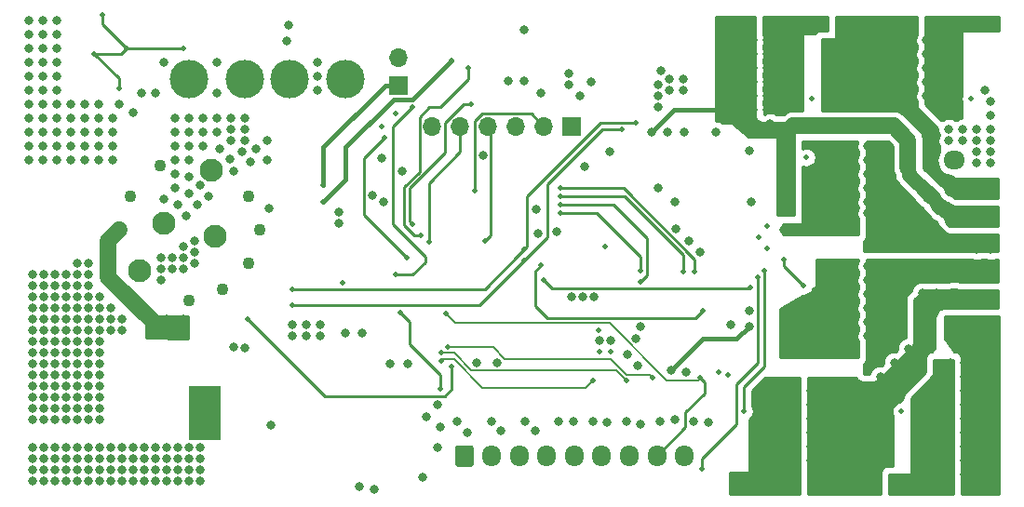
<source format=gbr>
%TF.GenerationSoftware,KiCad,Pcbnew,(5.1.10)-1*%
%TF.CreationDate,2022-01-23T20:59:35+01:00*%
%TF.ProjectId,BMS_LV_2022,424d535f-4c56-45f3-9230-32322e6b6963,rev?*%
%TF.SameCoordinates,Original*%
%TF.FileFunction,Copper,L4,Bot*%
%TF.FilePolarity,Positive*%
%FSLAX46Y46*%
G04 Gerber Fmt 4.6, Leading zero omitted, Abs format (unit mm)*
G04 Created by KiCad (PCBNEW (5.1.10)-1) date 2022-01-23 20:59:35*
%MOMM*%
%LPD*%
G01*
G04 APERTURE LIST*
%TA.AperFunction,ComponentPad*%
%ADD10O,1.700000X1.950000*%
%TD*%
%TA.AperFunction,ComponentPad*%
%ADD11O,1.950000X1.700000*%
%TD*%
%TA.AperFunction,ComponentPad*%
%ADD12C,1.100000*%
%TD*%
%TA.AperFunction,ComponentPad*%
%ADD13C,2.100000*%
%TD*%
%TA.AperFunction,ComponentPad*%
%ADD14C,3.500000*%
%TD*%
%TA.AperFunction,SMDPad,CuDef*%
%ADD15R,2.950000X4.900000*%
%TD*%
%TA.AperFunction,ComponentPad*%
%ADD16C,0.600000*%
%TD*%
%TA.AperFunction,ComponentPad*%
%ADD17O,1.700000X1.700000*%
%TD*%
%TA.AperFunction,ComponentPad*%
%ADD18R,1.700000X1.700000*%
%TD*%
%TA.AperFunction,ViaPad*%
%ADD19C,0.800000*%
%TD*%
%TA.AperFunction,ViaPad*%
%ADD20C,0.500000*%
%TD*%
%TA.AperFunction,Conductor*%
%ADD21C,0.254000*%
%TD*%
%TA.AperFunction,Conductor*%
%ADD22C,1.500000*%
%TD*%
%TA.AperFunction,Conductor*%
%ADD23C,0.381000*%
%TD*%
%TA.AperFunction,Conductor*%
%ADD24C,0.250000*%
%TD*%
%TA.AperFunction,Conductor*%
%ADD25C,0.203200*%
%TD*%
%TA.AperFunction,Conductor*%
%ADD26C,0.100000*%
%TD*%
G04 APERTURE END LIST*
D10*
%TO.P,J6,9*%
%TO.N,GND*%
X170729903Y-120904000D03*
%TO.P,J6,8*%
%TO.N,/Therm_8*%
X168229903Y-120904000D03*
%TO.P,J6,7*%
%TO.N,/Therm_7*%
X165729903Y-120904000D03*
%TO.P,J6,6*%
%TO.N,/Therm_6*%
X163229903Y-120904000D03*
%TO.P,J6,5*%
%TO.N,/Therm_5*%
X160729903Y-120904000D03*
%TO.P,J6,4*%
%TO.N,/Therm_4*%
X158229903Y-120904000D03*
%TO.P,J6,3*%
%TO.N,/Therm_3*%
X155729903Y-120904000D03*
%TO.P,J6,2*%
%TO.N,/Therm_2*%
X153229903Y-120904000D03*
%TO.P,J6,1*%
%TO.N,/Therm_1*%
%TA.AperFunction,ComponentPad*%
G36*
G01*
X149879903Y-121629000D02*
X149879903Y-120179000D01*
G75*
G02*
X150129903Y-119929000I250000J0D01*
G01*
X151329903Y-119929000D01*
G75*
G02*
X151579903Y-120179000I0J-250000D01*
G01*
X151579903Y-121629000D01*
G75*
G02*
X151329903Y-121879000I-250000J0D01*
G01*
X150129903Y-121879000D01*
G75*
G02*
X149879903Y-121629000I0J250000D01*
G01*
G37*
%TD.AperFunction*%
%TD*%
D11*
%TO.P,J11,7*%
%TO.N,GND*%
X195313903Y-93966000D03*
%TO.P,J11,6*%
%TO.N,/LTC6810/CellBalance6*%
X195313903Y-96466000D03*
%TO.P,J11,5*%
%TO.N,/LTC6810/CellBalance5*%
X195313903Y-98966000D03*
%TO.P,J11,4*%
%TO.N,/LTC6810/CellBalance4*%
X195313903Y-101466000D03*
%TO.P,J11,3*%
%TO.N,/LTC6810/CellBalance3*%
X195313903Y-103966000D03*
%TO.P,J11,2*%
%TO.N,/LTC6810/CellBalance2*%
X195313903Y-106466000D03*
%TO.P,J11,1*%
%TO.N,+BATT*%
%TA.AperFunction,ComponentPad*%
G36*
G01*
X196038903Y-109816000D02*
X194588903Y-109816000D01*
G75*
G02*
X194338903Y-109566000I0J250000D01*
G01*
X194338903Y-108366000D01*
G75*
G02*
X194588903Y-108116000I250000J0D01*
G01*
X196038903Y-108116000D01*
G75*
G02*
X196288903Y-108366000I0J-250000D01*
G01*
X196288903Y-109566000D01*
G75*
G02*
X196038903Y-109816000I-250000J0D01*
G01*
G37*
%TD.AperFunction*%
%TD*%
D12*
%TO.P,J2,8*%
%TO.N,Net-(J2-Pad8)*%
X123094537Y-94510511D03*
%TO.P,J2,7*%
%TO.N,/VCC_Pin*%
X120350963Y-97296512D03*
%TO.P,J2,6*%
%TO.N,VCC*%
X119325658Y-100330000D03*
%TO.P,J2,5*%
%TO.N,Net-(J2-Pad5)*%
X125717903Y-106722245D03*
%TO.P,J2,4*%
%TO.N,Net-(J2-Pad4)*%
X128751391Y-105696940D03*
%TO.P,J2,3*%
%TO.N,Net-(J2-Pad3)*%
X131084843Y-103363488D03*
%TO.P,J2,2*%
%TO.N,/CANL*%
X132110148Y-100330000D03*
%TO.P,J2,1*%
%TO.N,/CANH*%
X131084843Y-97296512D03*
D13*
%TO.P,J2,12*%
%TO.N,GND*%
X121178277Y-104049382D03*
%TO.P,J2,11*%
X128016000Y-100945183D03*
%TO.P,J2,9*%
%TO.N,/V_Out*%
X127733157Y-94906491D03*
%TO.P,J2,10*%
X123419806Y-99714817D03*
%TD*%
D14*
%TO.P,F2,2*%
%TO.N,Net-(F2-Pad2)*%
X125717903Y-86614000D03*
%TO.P,F2,1*%
%TO.N,/CS_IP+*%
X134857903Y-86614000D03*
%TO.P,F2,2*%
%TO.N,Net-(F2-Pad2)*%
X130797903Y-86614000D03*
%TO.P,F2,1*%
%TO.N,/CS_IP+*%
X139937903Y-86614000D03*
%TD*%
D15*
%TO.P,U3,9*%
%TO.N,GND*%
X127142000Y-116952000D03*
D16*
X127792000Y-118902000D03*
X127792000Y-117602000D03*
X126492000Y-117602000D03*
X126492000Y-118902000D03*
X127792000Y-115002000D03*
X127792000Y-116302000D03*
X126492000Y-116302000D03*
X126492000Y-115002000D03*
%TD*%
D17*
%TO.P,JP2,2*%
%TO.N,Net-(JP2-Pad2)*%
X144767903Y-84644897D03*
D18*
%TO.P,JP2,1*%
%TO.N,/CANH*%
X144767903Y-87184897D03*
%TD*%
D17*
%TO.P,J1,6*%
%TO.N,Net-(J1-Pad6)*%
X147815903Y-90932000D03*
%TO.P,J1,5*%
%TO.N,/NRST*%
X150355903Y-90932000D03*
%TO.P,J1,4*%
%TO.N,/SW-DIO*%
X152895903Y-90932000D03*
%TO.P,J1,3*%
%TO.N,GND*%
X155435903Y-90932000D03*
%TO.P,J1,2*%
%TO.N,/SW-CLK*%
X157975903Y-90932000D03*
D18*
%TO.P,J1,1*%
%TO.N,+3V3*%
X160515903Y-90932000D03*
%TD*%
D19*
%TO.N,GND*%
X124701903Y-120142000D03*
X124701903Y-121158000D03*
X125717903Y-122174000D03*
X123685903Y-121158000D03*
X123685903Y-122174000D03*
X125717903Y-120142000D03*
X125717903Y-121158000D03*
X124701903Y-122174000D03*
X122669903Y-120142000D03*
X123685903Y-120142000D03*
X122669903Y-121158000D03*
X122669903Y-122174000D03*
X121653903Y-122174000D03*
X126733903Y-123190000D03*
X120637903Y-121158000D03*
X121653903Y-120142000D03*
X122669903Y-123190000D03*
X120637903Y-120142000D03*
X121653903Y-123190000D03*
X126733903Y-122174000D03*
X121653903Y-121158000D03*
X126733903Y-121158000D03*
X126733903Y-120142000D03*
X120637903Y-123190000D03*
X124701903Y-123190000D03*
X125717903Y-123190000D03*
X123685903Y-123190000D03*
X120637903Y-122174000D03*
X117589903Y-120142000D03*
X117589903Y-121158000D03*
X118605903Y-122174000D03*
X116573903Y-121158000D03*
X116573903Y-122174000D03*
X118605903Y-120142000D03*
X118605903Y-121158000D03*
X117589903Y-122174000D03*
X115557903Y-120142000D03*
X116573903Y-120142000D03*
X115557903Y-121158000D03*
X115557903Y-122174000D03*
X114541903Y-122174000D03*
X119621903Y-123190000D03*
X113525903Y-121158000D03*
X114541903Y-120142000D03*
X115557903Y-123190000D03*
X113525903Y-120142000D03*
X114541903Y-123190000D03*
X119621903Y-122174000D03*
X114541903Y-121158000D03*
X119621903Y-121158000D03*
X119621903Y-120142000D03*
X113525903Y-123190000D03*
X117589903Y-123190000D03*
X118605903Y-123190000D03*
X116573903Y-123190000D03*
X113525903Y-122174000D03*
X112509903Y-122174000D03*
X112509903Y-123190000D03*
X112509903Y-120142000D03*
X112509903Y-121158000D03*
%TO.N,+24V*%
X117462903Y-92710000D03*
X117462903Y-91440000D03*
X117462903Y-90170000D03*
X117462903Y-88900000D03*
X116192903Y-93980000D03*
X114922903Y-93980000D03*
X114922903Y-92710000D03*
X116192903Y-92710000D03*
X116192903Y-91440000D03*
X114922903Y-91440000D03*
X114922903Y-90170000D03*
X116192903Y-90170000D03*
X116192903Y-88900000D03*
X114922903Y-88900000D03*
X113652903Y-88900000D03*
X113652903Y-90170000D03*
X113652903Y-91440000D03*
X113652903Y-92710000D03*
X113652903Y-93980000D03*
X112382903Y-93980000D03*
X112382903Y-92710000D03*
X112382903Y-91440000D03*
X112382903Y-90170000D03*
X112382903Y-88900000D03*
X111112903Y-93980000D03*
X111112903Y-92710000D03*
X111112903Y-91440000D03*
X111112903Y-90170000D03*
X111112903Y-88900000D03*
D20*
%TO.N,/NRST*%
X147492902Y-101415001D03*
D19*
%TO.N,GND*%
X115557903Y-113538000D03*
X116573903Y-113538000D03*
X116573903Y-114554000D03*
X115557903Y-114554000D03*
X115557903Y-115570000D03*
X116573903Y-115570000D03*
X116573903Y-116586000D03*
X115557903Y-116586000D03*
X114541903Y-116586000D03*
X114541903Y-115570000D03*
X114541903Y-114554000D03*
X114541903Y-113538000D03*
X113525903Y-113538000D03*
X113525903Y-114554000D03*
X113525903Y-115570000D03*
X113525903Y-116586000D03*
X112509903Y-116586000D03*
X112509903Y-115570000D03*
X112509903Y-114554000D03*
X112509903Y-113538000D03*
X112509903Y-112522000D03*
X113525903Y-112522000D03*
X114541903Y-112522000D03*
X115557903Y-112522000D03*
X116573903Y-112522000D03*
X117589903Y-112522000D03*
X117589903Y-113538000D03*
X117589903Y-114554000D03*
X117589903Y-115570000D03*
X117589903Y-116586000D03*
X117589903Y-117602000D03*
X116573903Y-117602000D03*
X115557903Y-117602000D03*
X114541903Y-117602000D03*
X113525903Y-117602000D03*
X112509903Y-117602000D03*
X111493903Y-117602000D03*
X111493903Y-116586000D03*
X111493903Y-115570000D03*
X111493903Y-114554000D03*
X111493903Y-113538000D03*
X111493903Y-112522000D03*
X151879903Y-112389589D03*
X141465903Y-109728000D03*
X144005303Y-112521400D03*
X139332303Y-98679000D03*
X139306903Y-99745800D03*
X157467903Y-100610000D03*
X156197903Y-82104897D03*
X156197903Y-86784000D03*
X154724703Y-86784000D03*
X143243903Y-93777400D03*
X145047903Y-94996000D03*
X148577903Y-118237000D03*
X147307903Y-117348000D03*
X148323903Y-116205000D03*
X111493903Y-104394000D03*
X112509903Y-104394000D03*
X113525903Y-104394000D03*
X114541903Y-104394000D03*
X115557903Y-104394000D03*
X116573903Y-104394000D03*
X111493903Y-105410000D03*
X112509903Y-105410000D03*
X113525903Y-105410000D03*
X114541903Y-105410000D03*
X115557903Y-105410000D03*
X116573903Y-105410000D03*
X111493903Y-106426000D03*
X112509903Y-106426000D03*
X113525903Y-106426000D03*
X114541903Y-106426000D03*
X115557903Y-106426000D03*
X116573903Y-106426000D03*
X117589903Y-106426000D03*
X111493903Y-107442000D03*
X112509903Y-107442000D03*
X113525903Y-107442000D03*
X114541903Y-107442000D03*
X115557903Y-107442000D03*
X116573903Y-107442000D03*
X117589903Y-107442000D03*
X118605903Y-107442000D03*
X111493903Y-108458000D03*
X112509903Y-108458000D03*
X113525903Y-108458000D03*
X114541903Y-108458000D03*
X115557903Y-108458000D03*
X116573903Y-108458000D03*
X117589903Y-108458000D03*
X118605903Y-108458000D03*
X119621903Y-108458000D03*
X111493903Y-109474000D03*
X111493903Y-110490000D03*
X111493903Y-111506000D03*
X112509903Y-111506000D03*
X112509903Y-110490000D03*
X112509903Y-109474000D03*
X113525903Y-110490000D03*
X113525903Y-111506000D03*
X113525903Y-109474000D03*
X114541903Y-109474000D03*
X114541903Y-110490000D03*
X114541903Y-111506000D03*
X115557903Y-111506000D03*
X115557903Y-110490000D03*
X115557903Y-109474000D03*
X116573903Y-109474000D03*
X116573903Y-110490000D03*
X116573903Y-111506000D03*
X117589903Y-111506000D03*
X117589903Y-110490000D03*
X117589903Y-109474000D03*
X118605903Y-109474000D03*
X119621903Y-109474000D03*
X116573903Y-103378000D03*
X115557903Y-103378000D03*
X123177903Y-102870000D03*
X124193903Y-102870000D03*
X123177903Y-103886000D03*
X123177903Y-104902000D03*
X124193903Y-103886000D03*
X125209903Y-103886000D03*
X125209903Y-102870000D03*
X125209903Y-101854000D03*
X126225903Y-103378000D03*
X126225903Y-102362000D03*
X126225903Y-101346000D03*
X129781903Y-110998000D03*
X130754452Y-111041451D03*
X133160703Y-118110000D03*
X134722203Y-81673700D03*
D20*
X144517335Y-89690247D03*
D19*
X161658903Y-94538800D03*
D20*
X139687903Y-105137800D03*
D19*
X132967903Y-98330000D03*
%TO.N,+3V3*%
X150088600Y-117729000D03*
X153187400Y-117729000D03*
X156260800Y-117729000D03*
X159334200Y-117729000D03*
X162407600Y-117729000D03*
X165481000Y-117729000D03*
X153683903Y-112389589D03*
X139941903Y-109728000D03*
X145555303Y-112522000D03*
X143370903Y-97739200D03*
X142354903Y-97180400D03*
X157264703Y-98450400D03*
X152422893Y-93549200D03*
D20*
%TO.N,Net-(C13-Pad1)*%
X157722506Y-103504397D03*
X172453903Y-107696000D03*
%TO.N,Net-(C14-Pad1)*%
X157975903Y-104914097D03*
X176771903Y-105582097D03*
%TO.N,/Therm_5*%
X162420903Y-114046000D03*
%TO.N,/Therm_6*%
X165468903Y-114046000D03*
D19*
%TO.N,VCC*%
X122161903Y-108458000D03*
X123685903Y-108458000D03*
X125209903Y-108458000D03*
X122161903Y-109728000D03*
X123685903Y-109728000D03*
X125209903Y-109728000D03*
%TO.N,+5VD*%
X141211903Y-123698000D03*
X162293903Y-86868000D03*
%TO.N,+5V*%
X137655903Y-109982000D03*
X137655903Y-108966000D03*
X136385903Y-108966000D03*
X135115903Y-108966000D03*
X136385903Y-109982000D03*
X135115903Y-109982000D03*
X157721903Y-87884000D03*
D20*
X143193103Y-90932000D03*
%TO.N,/eFuse/Gate*%
X117818503Y-80746600D03*
X117081903Y-84302600D03*
X120002903Y-83820000D03*
X119291705Y-87426800D03*
X125209903Y-83820000D03*
%TO.N,/CANH*%
X137909903Y-96266000D03*
%TO.N,/CANL*%
X149593903Y-84912200D03*
X137909903Y-97790000D03*
D19*
%TO.N,Net-(D6-Pad1)*%
X194932903Y-118745000D03*
X194932903Y-120015000D03*
X194932903Y-121285000D03*
X194932903Y-122555000D03*
X193662903Y-121285000D03*
X193662903Y-120015000D03*
X194932903Y-117475000D03*
X194932903Y-116205000D03*
X194932903Y-114935000D03*
X194932903Y-113665000D03*
X194932903Y-112395000D03*
X193662903Y-113665000D03*
X193662903Y-114935000D03*
X193662903Y-116205000D03*
X193662903Y-117475000D03*
X193662903Y-118745000D03*
D20*
%TO.N,/LTC6810/Balance1/Sx*%
X190487903Y-116840000D03*
X172326903Y-122047000D03*
X177406903Y-104648000D03*
D19*
%TO.N,Net-(D8-Pad1)*%
X180327903Y-114935000D03*
X180327903Y-117475000D03*
X180327903Y-118745000D03*
X180327903Y-120015000D03*
X180327903Y-121285000D03*
X179057903Y-121285000D03*
X179057903Y-120015000D03*
X179057903Y-118745000D03*
X179057903Y-117475000D03*
X179057903Y-114935000D03*
X177787903Y-114935000D03*
X176644903Y-122809000D03*
X176644903Y-123825000D03*
D20*
%TO.N,/LTC6810/Balance2/Sx*%
X178041903Y-104005097D03*
D19*
%TO.N,Net-(D10-Pad1)*%
X184899903Y-103632000D03*
X186169903Y-103632000D03*
X186169903Y-104902000D03*
X186169903Y-106172000D03*
X186169903Y-107442000D03*
X186169903Y-108712000D03*
X186169903Y-109982000D03*
X184899903Y-104902000D03*
X184899903Y-106172000D03*
X184899903Y-107442000D03*
X184899903Y-108712000D03*
X184899903Y-109982000D03*
X179819903Y-110998000D03*
X182105903Y-110998000D03*
D20*
%TO.N,/LTC6810/Balance3/Sx*%
X181597903Y-105410000D03*
X179819903Y-103005097D03*
D19*
%TO.N,Net-(D12-Pad1)*%
X186169903Y-92710000D03*
X184899903Y-92710000D03*
X184899903Y-93980000D03*
X186169903Y-93980000D03*
X186169903Y-95250000D03*
X186169903Y-96520000D03*
X186169903Y-97790000D03*
X186169903Y-99060000D03*
X184899903Y-99060000D03*
X184899903Y-97790000D03*
X184899903Y-96520000D03*
X184899903Y-95250000D03*
X179819903Y-100330000D03*
X182105903Y-100330000D03*
D20*
%TO.N,/LTC6810/Balance4/Sx*%
X181851903Y-93726000D03*
X178295903Y-102005097D03*
D19*
%TO.N,Net-(D14-Pad1)*%
X179311903Y-83058000D03*
X179311903Y-84328000D03*
X179311903Y-89408000D03*
X179311903Y-88138000D03*
X179311903Y-86868000D03*
X179311903Y-85598000D03*
X178295903Y-83058000D03*
X178295903Y-84328000D03*
X178295903Y-85598000D03*
X178295903Y-86868000D03*
X178295903Y-88138000D03*
X178295903Y-89408000D03*
D20*
%TO.N,/LTC6810/Balance5/Sx*%
X182359903Y-88392000D03*
X177533903Y-101005097D03*
D19*
%TO.N,Net-(D16-Pad1)*%
X192773903Y-83058000D03*
X193789903Y-83058000D03*
X192773903Y-84328000D03*
X193789903Y-84328000D03*
X193789903Y-85598000D03*
X192773903Y-85598000D03*
X192773903Y-86868000D03*
X192773903Y-88138000D03*
X193789903Y-86868000D03*
X193789903Y-88138000D03*
X193789903Y-89408000D03*
X196583903Y-81534000D03*
X198869903Y-81534000D03*
D20*
%TO.N,/LTC6810/Balance6/Sx*%
X196795303Y-88349400D03*
X178295903Y-100005097D03*
%TO.N,/SW-DIO*%
X152641903Y-101346000D03*
%TO.N,/SW-CLK*%
X151668257Y-96731647D03*
%TO.N,/USB-DP*%
X135115903Y-105714800D03*
X156197903Y-102108000D03*
X166288902Y-90608999D03*
%TO.N,/USB-DM*%
X135115903Y-107188000D03*
X156197903Y-103124000D03*
X165087903Y-91186000D03*
%TO.N,/Interlock*%
X131051903Y-108458000D03*
%TO.N,/MOSI*%
X171691903Y-104140000D03*
X159499903Y-96520000D03*
%TO.N,/MISO*%
X170675903Y-104140000D03*
X159499903Y-97282000D03*
%TO.N,/SCK*%
X166762952Y-105053049D03*
X159499903Y-98044000D03*
%TO.N,/CS*%
X166746806Y-104005097D03*
X159499903Y-98806000D03*
D19*
%TO.N,/Switch_Signal*%
X134607903Y-83146900D03*
D20*
X144513903Y-104394000D03*
X145997150Y-89113247D03*
%TO.N,/CAN-TX*%
X151371903Y-88846200D03*
X146037903Y-99822000D03*
%TO.N,/CAN-RX*%
X146799903Y-100838000D03*
X151117903Y-85598000D03*
%TO.N,/CurrentSensor_Out*%
X143497903Y-91948000D03*
X145529903Y-102870000D03*
D19*
%TO.N,/LTC6810/CellBalance2*%
X182232903Y-114935000D03*
X183502903Y-114935000D03*
X182232903Y-116205000D03*
X182232903Y-117475000D03*
X183502903Y-118745000D03*
X182232903Y-118745000D03*
X182232903Y-120015000D03*
X182232903Y-121285000D03*
X184772903Y-114935000D03*
X186042903Y-114935000D03*
X187312903Y-114935000D03*
X188582903Y-114935000D03*
X188582903Y-113665000D03*
X189852903Y-112395000D03*
X189852903Y-113665000D03*
X189852903Y-114935000D03*
X191122903Y-113665000D03*
X191122903Y-112395000D03*
X191122903Y-111125000D03*
X186042903Y-116205000D03*
X187312903Y-116205000D03*
X188582903Y-116205000D03*
X186042903Y-117475000D03*
X187312903Y-117475000D03*
X187312903Y-118745000D03*
X186042903Y-118745000D03*
X186042903Y-120015000D03*
X187312903Y-120015000D03*
X187312903Y-121285000D03*
X186042903Y-121285000D03*
X186042903Y-122809000D03*
X187312903Y-122809000D03*
X187312903Y-123825000D03*
X186042903Y-123825000D03*
X192392903Y-111125000D03*
X192392903Y-112395000D03*
X192392903Y-107315000D03*
X192392903Y-106045000D03*
X193662903Y-106045000D03*
X193662903Y-107315000D03*
X197345903Y-107188000D03*
X198615903Y-107188000D03*
X197345903Y-106172000D03*
X198615903Y-106172000D03*
D20*
X174739903Y-113538000D03*
D19*
%TO.N,/LTC6810/CellBalance3*%
X187439903Y-103632000D03*
X188455903Y-103632000D03*
X187439903Y-104902000D03*
X188455903Y-104902000D03*
X187439903Y-106172000D03*
X187439903Y-107442000D03*
X187439903Y-108712000D03*
X187439903Y-109982000D03*
X188455903Y-106172000D03*
X188455903Y-107442000D03*
X188455903Y-108712000D03*
X190995903Y-103632000D03*
X190995903Y-104648000D03*
X190995903Y-105664000D03*
X192265903Y-103632000D03*
X192265903Y-104648000D03*
X193535903Y-103632000D03*
X193535903Y-104648000D03*
X197345903Y-104648000D03*
X198615903Y-104648000D03*
X197345903Y-103632000D03*
X198615903Y-103632000D03*
%TO.N,/LTC6810/CellBalance4*%
X187439903Y-92710000D03*
X188455903Y-92710000D03*
X187439903Y-93980000D03*
X188455903Y-93980000D03*
X187439903Y-95250000D03*
X188455903Y-95250000D03*
X187439903Y-96520000D03*
X188455903Y-96520000D03*
X187439903Y-97790000D03*
X188455903Y-97790000D03*
X187439903Y-98806000D03*
X188455903Y-98806000D03*
X190995903Y-97282000D03*
X190995903Y-98552000D03*
X190995903Y-99822000D03*
X190995903Y-101092000D03*
X192265903Y-98552000D03*
X192265903Y-99822000D03*
X192265903Y-101092000D03*
X193535903Y-99822000D03*
X193535903Y-101092000D03*
X197345903Y-102108000D03*
X198615903Y-102108000D03*
X198615903Y-101092000D03*
X197345903Y-101092000D03*
X187552196Y-101741707D03*
X188709903Y-101854000D03*
X189979903Y-101854000D03*
X176644903Y-109093000D03*
%TO.N,/LTC6810/CellBalance5*%
X177025903Y-83058000D03*
X176009903Y-83058000D03*
X176009903Y-84328000D03*
X176009903Y-85598000D03*
X176009903Y-86868000D03*
X176009903Y-88138000D03*
X176009903Y-89408000D03*
X177025903Y-89408000D03*
X177025903Y-88138000D03*
X177025903Y-86868000D03*
X177025903Y-85598000D03*
X177025903Y-84328000D03*
X176009903Y-90678000D03*
X177279903Y-90678000D03*
X178549903Y-90678000D03*
X180073903Y-93980000D03*
X180073903Y-92710000D03*
X180653490Y-90860413D03*
X181923490Y-90860413D03*
X183193490Y-90860413D03*
X184463490Y-90860413D03*
X185733490Y-90860413D03*
X187003490Y-90860413D03*
X188273490Y-90860413D03*
X191085393Y-93128510D03*
X191085393Y-94652510D03*
X191973604Y-95796299D03*
X193116604Y-96939299D03*
X197345903Y-99568000D03*
X198615903Y-99568000D03*
X197345903Y-98552000D03*
X198615903Y-98552000D03*
X167759983Y-91440000D03*
%TO.N,/LTC6810/CellBalance6*%
X197345903Y-97028000D03*
X198615903Y-97028000D03*
X197345903Y-96012000D03*
X198615903Y-96012000D03*
X185153903Y-82550000D03*
X185153903Y-83820000D03*
X185153903Y-85090000D03*
X185153903Y-86360000D03*
X185153903Y-87630000D03*
X187693903Y-87630000D03*
X186423903Y-87630000D03*
X186423903Y-86360000D03*
X186423903Y-85090000D03*
X186423903Y-83820000D03*
X186423903Y-82550000D03*
X187693903Y-82550000D03*
X187693903Y-83820000D03*
X187693903Y-85090000D03*
X187693903Y-86360000D03*
X191503903Y-83058000D03*
X190487903Y-83058000D03*
X190487903Y-84328000D03*
X191503903Y-84328000D03*
X191503903Y-85598000D03*
X190487903Y-85598000D03*
X190487903Y-86868000D03*
X191503903Y-86868000D03*
X191503903Y-88138000D03*
X190487903Y-88138000D03*
X190995903Y-89154000D03*
X191910303Y-89992200D03*
X193281903Y-93726000D03*
X193789903Y-94996000D03*
%TO.N,GND*%
X197345903Y-94234000D03*
X198615903Y-94234000D03*
X197345903Y-93218000D03*
X198615903Y-93218000D03*
X197345903Y-92202000D03*
X196075903Y-92202000D03*
X194805903Y-92202000D03*
X198615903Y-92202000D03*
X194805903Y-91186000D03*
X196075903Y-91186000D03*
X197345903Y-91186000D03*
X198615903Y-91186000D03*
X198615903Y-89916000D03*
X198615903Y-88646000D03*
X198107903Y-87630000D03*
X169913903Y-97790000D03*
X169987003Y-100256900D03*
X166744970Y-109099067D03*
X170929903Y-113284000D03*
X169228103Y-91440000D03*
X170701303Y-91440000D03*
X173622906Y-91440000D03*
X176644903Y-93121480D03*
X176806903Y-97790000D03*
X176644903Y-107696000D03*
X159118903Y-100457000D03*
D20*
X163563903Y-101854000D03*
D19*
X163919503Y-93218000D03*
X142497721Y-123967818D03*
X160261903Y-86106000D03*
X160261903Y-87122000D03*
X161277903Y-88138000D03*
X168389903Y-89154000D03*
X170675903Y-87630000D03*
X169405903Y-87630000D03*
X168389903Y-88138000D03*
X170675903Y-86614000D03*
X169405903Y-86614000D03*
X168389903Y-87122000D03*
X168643903Y-85852000D03*
X166357903Y-110236000D03*
X165595903Y-111633000D03*
X166484903Y-112649000D03*
X174993903Y-108966000D03*
X171183903Y-101346000D03*
X172199903Y-102362000D03*
X168389903Y-96520000D03*
X146952303Y-122809000D03*
D20*
X173876303Y-113284004D03*
D19*
X150990903Y-118745000D03*
X154038903Y-118618000D03*
X157213903Y-118618000D03*
X160642903Y-117729000D03*
X163690903Y-117856000D03*
X166738903Y-117983000D03*
X169913903Y-117602000D03*
X172961903Y-117856000D03*
X111493903Y-120142000D03*
X111493903Y-121158000D03*
X111493903Y-122174000D03*
X111493903Y-123190000D03*
%TO.N,+3V3*%
X168542303Y-117729000D03*
X171564903Y-117729000D03*
X148323903Y-120142000D03*
X163055903Y-110363000D03*
X164071903Y-110363000D03*
D20*
X162903503Y-109423200D03*
X164071903Y-111379000D03*
X163055903Y-111379000D03*
%TO.N,/Therm_1*%
X148577903Y-114808000D03*
X144894903Y-107823000D03*
%TO.N,/Therm_5*%
X148586944Y-112258959D03*
D19*
%TO.N,+24V*%
X111112903Y-81280000D03*
X112382903Y-81280000D03*
X113652903Y-81280000D03*
X113652903Y-82550000D03*
X112382903Y-82550000D03*
X111112903Y-82550000D03*
X111112903Y-83820000D03*
X111112903Y-85090000D03*
X111112903Y-86360000D03*
X112382903Y-83820000D03*
X112382903Y-85090000D03*
X112382903Y-86360000D03*
X113652903Y-83820000D03*
X113652903Y-85090000D03*
X113652903Y-86360000D03*
X111112903Y-87630000D03*
X112382903Y-87630000D03*
X113652903Y-87630000D03*
X119367903Y-88900000D03*
X118732903Y-90170000D03*
X118732903Y-91440000D03*
X118732903Y-92710000D03*
X118732903Y-93980000D03*
X117462903Y-93980000D03*
X120637903Y-89662000D03*
%TO.N,Net-(F2-Pad2)*%
X121399903Y-87884000D03*
X122669903Y-87884000D03*
X123431903Y-85090000D03*
X128257903Y-85090000D03*
X128257903Y-87884000D03*
%TO.N,/CS_IP+*%
X137401903Y-85090000D03*
X137401903Y-87630000D03*
X137401903Y-86360000D03*
%TO.N,/V_Out*%
X125463903Y-99060000D03*
X123431903Y-97536000D03*
X124701903Y-98044000D03*
X124447903Y-96520000D03*
X125717903Y-97028000D03*
X126479903Y-98044000D03*
X127495903Y-97282000D03*
X126733903Y-96266000D03*
X125717903Y-95504000D03*
X128511903Y-92964000D03*
X129781903Y-94996000D03*
X129400903Y-93853000D03*
X129527903Y-92202000D03*
X130797903Y-92202000D03*
X131813903Y-92964000D03*
X132829903Y-92202000D03*
X132829903Y-93980000D03*
X130543903Y-93218000D03*
X131305903Y-94107000D03*
X124447903Y-95250000D03*
X124447903Y-93980000D03*
X124447903Y-92710000D03*
X124447903Y-91440000D03*
X124447903Y-90170000D03*
X125717903Y-93980000D03*
X125717903Y-92710000D03*
X125717903Y-91440000D03*
X125717903Y-90170000D03*
X126987903Y-91440000D03*
X126987903Y-92710000D03*
X126987903Y-90170000D03*
X128257903Y-91440000D03*
X128257903Y-90170000D03*
X129527903Y-90170000D03*
X130797903Y-90170000D03*
X129527903Y-91186000D03*
X130797903Y-91186000D03*
%TO.N,+BATT*%
X198742903Y-108585000D03*
X197472903Y-108585000D03*
X197472903Y-109855000D03*
X198742903Y-109855000D03*
X198742903Y-111125000D03*
X197472903Y-111125000D03*
X197472903Y-112395000D03*
X198742903Y-112395000D03*
X198742903Y-113665000D03*
X197472903Y-113665000D03*
X197472903Y-114935000D03*
X197472903Y-116205000D03*
X197472903Y-117475000D03*
X196202903Y-118745000D03*
X197472903Y-118745000D03*
X196202903Y-120015000D03*
X197472903Y-120015000D03*
X197472903Y-121285000D03*
X196202903Y-121285000D03*
X196202903Y-122555000D03*
X196202903Y-117475000D03*
X196202903Y-116205000D03*
X196202903Y-114935000D03*
X196202903Y-113665000D03*
X196202903Y-112395000D03*
X196202903Y-111125000D03*
X160515903Y-106426000D03*
X161531903Y-106426000D03*
X162547903Y-106426000D03*
D20*
%TO.N,/Therm_6*%
X148595985Y-111487918D03*
%TO.N,/LTC6810/Balance2/Sx*%
X176165338Y-116846318D03*
%TO.N,/Interlock*%
X149593903Y-112776000D03*
D19*
%TO.N,/LTC6810/CellBalance4*%
X169507503Y-113131602D03*
D20*
%TO.N,/Therm_7*%
X167881903Y-113792000D03*
X149212903Y-110954400D03*
%TO.N,/Therm_8*%
X172199903Y-113792000D03*
X149085903Y-107950000D03*
%TD*%
D21*
%TO.N,/NRST*%
X147492902Y-101415001D02*
X147492902Y-96081001D01*
X150355903Y-93218000D02*
X150355903Y-90932000D01*
X147492902Y-96081001D02*
X150355903Y-93218000D01*
%TO.N,Net-(C13-Pad1)*%
X157144902Y-107245999D02*
X157144902Y-104082001D01*
X158270969Y-108372066D02*
X157144902Y-107245999D01*
X157144902Y-104082001D02*
X157722506Y-103504397D01*
X171777837Y-108372066D02*
X158270969Y-108372066D01*
X172453903Y-107696000D02*
X171777837Y-108372066D01*
%TO.N,Net-(C14-Pad1)*%
X176723950Y-105630050D02*
X176771903Y-105582097D01*
X158691856Y-105630050D02*
X158898853Y-105630050D01*
X157975903Y-104914097D02*
X158691856Y-105630050D01*
X158898853Y-105630050D02*
X176723950Y-105630050D01*
D22*
%TO.N,VCC*%
X118351903Y-101303755D02*
X119325658Y-100330000D01*
X118351903Y-104648000D02*
X118351903Y-101303755D01*
X122945408Y-109241505D02*
X118351903Y-104648000D01*
X123410398Y-109241505D02*
X122945408Y-109241505D01*
D21*
%TO.N,/eFuse/Gate*%
X117818503Y-81635600D02*
X120002903Y-83820000D01*
X117818503Y-80746600D02*
X117818503Y-81635600D01*
X119520303Y-84302600D02*
X120002903Y-83820000D01*
X117081903Y-84302600D02*
X119520303Y-84302600D01*
X119291705Y-86512402D02*
X117081903Y-84302600D01*
X119291705Y-87426800D02*
X119291705Y-86512402D01*
X120002903Y-83820000D02*
X125209903Y-83820000D01*
D23*
%TO.N,/CANH*%
X143536903Y-87184897D02*
X137909903Y-92811897D01*
X144767903Y-87184897D02*
X143536903Y-87184897D01*
X137909903Y-92811897D02*
X137909903Y-96266000D01*
%TO.N,/CANL*%
X144279215Y-88472746D02*
X139941903Y-92810058D01*
X146033357Y-88472746D02*
X144279215Y-88472746D01*
X149593903Y-84912200D02*
X146033357Y-88472746D01*
X139941903Y-92810058D02*
X139941903Y-95758000D01*
X139941903Y-95758000D02*
X137909903Y-97790000D01*
D24*
%TO.N,Net-(D8-Pad1)*%
X180327903Y-114935000D02*
X180327903Y-115570000D01*
D21*
%TO.N,/LTC6810/Balance3/Sx*%
X179819903Y-103632000D02*
X181597903Y-105410000D01*
X179819903Y-103005097D02*
X179819903Y-103632000D01*
%TO.N,/SW-DIO*%
X153149903Y-91186000D02*
X152895903Y-90932000D01*
X152641903Y-101346000D02*
X153149903Y-100838000D01*
X153149903Y-100838000D02*
X153149903Y-91186000D01*
%TO.N,/SW-CLK*%
X156798902Y-89754999D02*
X157975903Y-90932000D01*
X152330942Y-89754999D02*
X156798902Y-89754999D01*
X151668257Y-90417684D02*
X152330942Y-89754999D01*
X151668257Y-96731647D02*
X151668257Y-90417684D01*
%TO.N,/USB-DP*%
X135115903Y-105714800D02*
X152591103Y-105714800D01*
X152591103Y-105714800D02*
X155689903Y-102616000D01*
X155689903Y-102616000D02*
X156197903Y-102108000D01*
X164810942Y-90608999D02*
X166288902Y-90608999D01*
X156197903Y-102108000D02*
X156451903Y-101854000D01*
X156451903Y-101854000D02*
X156451903Y-97282000D01*
X163124904Y-90608999D02*
X164810942Y-90608999D01*
X156451903Y-97282000D02*
X163124904Y-90608999D01*
%TO.N,/USB-DM*%
X135115903Y-107188000D02*
X152133903Y-107188000D01*
X152133903Y-107188000D02*
X156197903Y-103124000D01*
X163309903Y-91186000D02*
X165087903Y-91186000D01*
X158296504Y-96199399D02*
X163309903Y-91186000D01*
X158296504Y-101025399D02*
X158296504Y-96199399D01*
X156197903Y-103124000D02*
X158296504Y-101025399D01*
%TO.N,/MOSI*%
X171691903Y-102989934D02*
X165221969Y-96520000D01*
X171691903Y-104140000D02*
X171691903Y-102989934D01*
X165221969Y-96520000D02*
X159499903Y-96520000D01*
%TO.N,/MISO*%
X170675903Y-104140000D02*
X170675903Y-102616000D01*
X170675903Y-102616000D02*
X165341903Y-97282000D01*
X165341903Y-97282000D02*
X159499903Y-97282000D01*
%TO.N,/SCK*%
X167323807Y-104492194D02*
X167323807Y-101041904D01*
X166762952Y-105053049D02*
X167323807Y-104492194D01*
X167323807Y-101041904D02*
X164325903Y-98044000D01*
X164325903Y-98044000D02*
X159499903Y-98044000D01*
%TO.N,/CS*%
X166746806Y-104005097D02*
X166746806Y-102750903D01*
X166746806Y-102750903D02*
X162801903Y-98806000D01*
X162801903Y-98806000D02*
X159499903Y-98806000D01*
%TO.N,/Switch_Signal*%
X144513903Y-104394000D02*
X146037903Y-104394000D01*
X146037903Y-104394000D02*
X147180903Y-103251000D01*
X147180903Y-102743000D02*
X144259903Y-99822000D01*
X147180903Y-103251000D02*
X147180903Y-102743000D01*
X144259903Y-99822000D02*
X144259903Y-90932000D01*
X144259903Y-90932000D02*
X146037903Y-89154000D01*
X146037903Y-89154000D02*
X145997150Y-89113247D01*
%TO.N,/CAN-TX*%
X150699741Y-88846200D02*
X151371903Y-88846200D01*
X148992904Y-90553037D02*
X150699741Y-88846200D01*
X148992904Y-93310999D02*
X148992904Y-90553037D01*
X145783903Y-96520000D02*
X148992904Y-93310999D01*
X145783903Y-99568000D02*
X145783903Y-96520000D01*
X146037903Y-99822000D02*
X145783903Y-99568000D01*
%TO.N,/CAN-RX*%
X148577903Y-89154000D02*
X151117903Y-86614000D01*
X146638902Y-90077001D02*
X147561903Y-89154000D01*
X146638902Y-95022935D02*
X146638902Y-90077001D01*
X145275903Y-99913962D02*
X145275903Y-96385934D01*
X147561903Y-89154000D02*
X148577903Y-89154000D01*
X146199941Y-100838000D02*
X145275903Y-99913962D01*
X145275903Y-96385934D02*
X146638902Y-95022935D01*
X146799903Y-100838000D02*
X146199941Y-100838000D01*
X151117903Y-85598000D02*
X151117903Y-86614000D01*
%TO.N,/CurrentSensor_Out*%
X141627902Y-93818001D02*
X141627902Y-98967999D01*
X143497903Y-91948000D02*
X141627902Y-93818001D01*
X141627902Y-98967999D02*
X145529903Y-102870000D01*
D22*
%TO.N,/LTC6810/CellBalance5*%
X180653490Y-90860413D02*
X189797490Y-90860413D01*
X191085393Y-92148316D02*
X189797490Y-90860413D01*
X191085393Y-94652510D02*
X191085393Y-92148316D01*
D23*
X169791983Y-89408000D02*
X176009903Y-89408000D01*
X167759983Y-91440000D02*
X169791983Y-89408000D01*
D21*
%TO.N,/Therm_1*%
X145783903Y-108712000D02*
X144894903Y-107823000D01*
X145783903Y-110744000D02*
X145783903Y-108712000D01*
X148577903Y-113538000D02*
X145783903Y-110744000D01*
X148577903Y-114808000D02*
X148577903Y-113538000D01*
D25*
%TO.N,/Therm_5*%
X149804302Y-112097399D02*
X148748504Y-112097399D01*
X148748504Y-112097399D02*
X148586944Y-112258959D01*
X161785903Y-114681000D02*
X152387903Y-114681000D01*
X152387903Y-114681000D02*
X149804302Y-112097399D01*
X162420903Y-114046000D02*
X161785903Y-114681000D01*
%TO.N,/Therm_6*%
X151368317Y-113091190D02*
X149783127Y-111506000D01*
X164514093Y-113091190D02*
X151368317Y-113091190D01*
X165468903Y-114046000D02*
X164514093Y-113091190D01*
X149783127Y-111506000D02*
X148577903Y-111506000D01*
X148577903Y-111506000D02*
X148595985Y-111487918D01*
D21*
%TO.N,/LTC6810/Balance1/Sx*%
X172326903Y-121158000D02*
X172326903Y-122047000D01*
X175451103Y-118033800D02*
X172326903Y-121158000D01*
X175451103Y-114350800D02*
X175451103Y-118033800D01*
X177406903Y-112395000D02*
X175451103Y-114350800D01*
X177406903Y-104648000D02*
X177406903Y-112395000D01*
%TO.N,/LTC6810/Balance2/Sx*%
X178041903Y-104005097D02*
X178041903Y-112776000D01*
X178041903Y-112776000D02*
X176165338Y-114652565D01*
X176165338Y-114652565D02*
X176165338Y-116846318D01*
%TO.N,/Interlock*%
X149593903Y-114808000D02*
X149593903Y-112776000D01*
X148923904Y-115477999D02*
X149593903Y-114808000D01*
X138071902Y-115477999D02*
X148923904Y-115477999D01*
X131051903Y-108458000D02*
X138071902Y-115477999D01*
D23*
%TO.N,/LTC6810/CellBalance4*%
X176644903Y-109093000D02*
X175501903Y-110236000D01*
X175501903Y-110236000D02*
X172403105Y-110236000D01*
X172403105Y-110236000D02*
X169507503Y-113131602D01*
D25*
%TO.N,/Therm_7*%
X154385504Y-112052820D02*
X153330684Y-110998000D01*
X164045947Y-112052820D02*
X154385504Y-112052820D01*
X165487526Y-113494399D02*
X164045947Y-112052820D01*
X167584302Y-113494399D02*
X165487526Y-113494399D01*
X167881903Y-113792000D02*
X167584302Y-113494399D01*
X153330684Y-110998000D02*
X149212903Y-110998000D01*
X149212903Y-110998000D02*
X149212903Y-110954400D01*
D21*
%TO.N,/Therm_8*%
X170837902Y-118296001D02*
X168229903Y-120904000D01*
X170837902Y-116932001D02*
X170837902Y-118296001D01*
X172580903Y-115189000D02*
X170837902Y-116932001D01*
X172580903Y-114173000D02*
X172580903Y-115189000D01*
X172199903Y-113792000D02*
X172580903Y-114173000D01*
D25*
X163928949Y-108800676D02*
X149936579Y-108800676D01*
X169113874Y-113985601D02*
X163928949Y-108800676D01*
X172006302Y-113985601D02*
X169113874Y-113985601D01*
X172199903Y-113792000D02*
X172006302Y-113985601D01*
X149936579Y-108800676D02*
X149085903Y-107950000D01*
%TD*%
D21*
%TO.N,+BATT*%
X197243964Y-108223000D02*
X197447842Y-108223000D01*
X197543362Y-108204000D01*
X198418444Y-108204000D01*
X198513964Y-108223000D01*
X198717842Y-108223000D01*
X198813362Y-108204000D01*
X199315001Y-108204000D01*
X199315001Y-124315000D01*
X195948903Y-124315000D01*
X195948903Y-122752459D01*
X195967903Y-122656939D01*
X195967903Y-122453061D01*
X195948903Y-122357541D01*
X195948903Y-121482459D01*
X195967903Y-121386939D01*
X195967903Y-121183061D01*
X195948903Y-121087541D01*
X195948903Y-120212459D01*
X195967903Y-120116939D01*
X195967903Y-119913061D01*
X195948903Y-119817541D01*
X195948903Y-118942459D01*
X195967903Y-118846939D01*
X195967903Y-118643061D01*
X195948903Y-118547541D01*
X195948903Y-117672459D01*
X195967903Y-117576939D01*
X195967903Y-117373061D01*
X195948903Y-117277541D01*
X195948903Y-116402459D01*
X195967903Y-116306939D01*
X195967903Y-116103061D01*
X195948903Y-116007541D01*
X195948903Y-115132459D01*
X195967903Y-115036939D01*
X195967903Y-114833061D01*
X195948903Y-114737541D01*
X195948903Y-113862459D01*
X195967903Y-113766939D01*
X195967903Y-113563061D01*
X195948903Y-113467541D01*
X195948903Y-112592459D01*
X195967903Y-112496939D01*
X195967903Y-112293061D01*
X195948903Y-112197541D01*
X195948903Y-112014000D01*
X195936702Y-111890118D01*
X195900567Y-111770996D01*
X195841886Y-111661213D01*
X195762916Y-111564987D01*
X195666690Y-111486017D01*
X195556907Y-111427336D01*
X195437785Y-111391201D01*
X195313903Y-111379000D01*
X195270402Y-111379000D01*
X194424903Y-110195301D01*
X194424903Y-108204000D01*
X197148444Y-108204000D01*
X197243964Y-108223000D01*
%TA.AperFunction,Conductor*%
D26*
G36*
X197243964Y-108223000D02*
G01*
X197447842Y-108223000D01*
X197543362Y-108204000D01*
X198418444Y-108204000D01*
X198513964Y-108223000D01*
X198717842Y-108223000D01*
X198813362Y-108204000D01*
X199315001Y-108204000D01*
X199315001Y-124315000D01*
X195948903Y-124315000D01*
X195948903Y-122752459D01*
X195967903Y-122656939D01*
X195967903Y-122453061D01*
X195948903Y-122357541D01*
X195948903Y-121482459D01*
X195967903Y-121386939D01*
X195967903Y-121183061D01*
X195948903Y-121087541D01*
X195948903Y-120212459D01*
X195967903Y-120116939D01*
X195967903Y-119913061D01*
X195948903Y-119817541D01*
X195948903Y-118942459D01*
X195967903Y-118846939D01*
X195967903Y-118643061D01*
X195948903Y-118547541D01*
X195948903Y-117672459D01*
X195967903Y-117576939D01*
X195967903Y-117373061D01*
X195948903Y-117277541D01*
X195948903Y-116402459D01*
X195967903Y-116306939D01*
X195967903Y-116103061D01*
X195948903Y-116007541D01*
X195948903Y-115132459D01*
X195967903Y-115036939D01*
X195967903Y-114833061D01*
X195948903Y-114737541D01*
X195948903Y-113862459D01*
X195967903Y-113766939D01*
X195967903Y-113563061D01*
X195948903Y-113467541D01*
X195948903Y-112592459D01*
X195967903Y-112496939D01*
X195967903Y-112293061D01*
X195948903Y-112197541D01*
X195948903Y-112014000D01*
X195936702Y-111890118D01*
X195900567Y-111770996D01*
X195841886Y-111661213D01*
X195762916Y-111564987D01*
X195666690Y-111486017D01*
X195556907Y-111427336D01*
X195437785Y-111391201D01*
X195313903Y-111379000D01*
X195270402Y-111379000D01*
X194424903Y-110195301D01*
X194424903Y-108204000D01*
X197148444Y-108204000D01*
X197243964Y-108223000D01*
G37*
%TD.AperFunction*%
%TD*%
D21*
%TO.N,/LTC6810/CellBalance2*%
X199250903Y-107442000D02*
X194297903Y-107442000D01*
X194174021Y-107454201D01*
X194054899Y-107490336D01*
X193945116Y-107549017D01*
X193848890Y-107627987D01*
X193769920Y-107724213D01*
X193711239Y-107833996D01*
X193675104Y-107953118D01*
X193666713Y-108038313D01*
X193583567Y-108104830D01*
X193565744Y-108122213D01*
X193551655Y-108142739D01*
X193541841Y-108165620D01*
X193536680Y-108189975D01*
X193535903Y-108204000D01*
X193535903Y-111072394D01*
X193223550Y-111384747D01*
X193158021Y-111391201D01*
X193038899Y-111427336D01*
X192929116Y-111486017D01*
X192832890Y-111564987D01*
X192753920Y-111661213D01*
X192695239Y-111770996D01*
X192659104Y-111890118D01*
X192646903Y-112014000D01*
X192646903Y-113274974D01*
X190800890Y-115120987D01*
X190721920Y-115217213D01*
X190663239Y-115326996D01*
X190627104Y-115446118D01*
X190614903Y-115570000D01*
X190614903Y-115644394D01*
X190280350Y-115978947D01*
X190229758Y-115989010D01*
X190068698Y-116055723D01*
X189923748Y-116152576D01*
X189800479Y-116275845D01*
X189703626Y-116420795D01*
X189636913Y-116581855D01*
X189602903Y-116752835D01*
X189602903Y-116927165D01*
X189636913Y-117098145D01*
X189703626Y-117259205D01*
X189725903Y-117292545D01*
X189725903Y-121793000D01*
X189217903Y-121793000D01*
X189094021Y-121805201D01*
X188974899Y-121841336D01*
X188865116Y-121900017D01*
X188768890Y-121978987D01*
X188689920Y-122075213D01*
X188631239Y-122184996D01*
X188595104Y-122304118D01*
X188582903Y-122428000D01*
X188582903Y-124315000D01*
X181978903Y-124315000D01*
X181978903Y-113792000D01*
X186351117Y-113792000D01*
X186403920Y-113890787D01*
X186482890Y-113987013D01*
X186579116Y-114065983D01*
X186688899Y-114124664D01*
X186808021Y-114160799D01*
X186931903Y-114173000D01*
X187947903Y-114173000D01*
X188071785Y-114160799D01*
X188190907Y-114124664D01*
X188300690Y-114065983D01*
X188396916Y-113987013D01*
X191444916Y-110939013D01*
X191523886Y-110842787D01*
X191582567Y-110733004D01*
X191618702Y-110613882D01*
X191630903Y-110490000D01*
X191630903Y-106689026D01*
X192528929Y-105791000D01*
X199250903Y-105791000D01*
X199250903Y-107442000D01*
%TA.AperFunction,Conductor*%
D26*
G36*
X199250903Y-107442000D02*
G01*
X194297903Y-107442000D01*
X194174021Y-107454201D01*
X194054899Y-107490336D01*
X193945116Y-107549017D01*
X193848890Y-107627987D01*
X193769920Y-107724213D01*
X193711239Y-107833996D01*
X193675104Y-107953118D01*
X193666713Y-108038313D01*
X193583567Y-108104830D01*
X193565744Y-108122213D01*
X193551655Y-108142739D01*
X193541841Y-108165620D01*
X193536680Y-108189975D01*
X193535903Y-108204000D01*
X193535903Y-111072394D01*
X193223550Y-111384747D01*
X193158021Y-111391201D01*
X193038899Y-111427336D01*
X192929116Y-111486017D01*
X192832890Y-111564987D01*
X192753920Y-111661213D01*
X192695239Y-111770996D01*
X192659104Y-111890118D01*
X192646903Y-112014000D01*
X192646903Y-113274974D01*
X190800890Y-115120987D01*
X190721920Y-115217213D01*
X190663239Y-115326996D01*
X190627104Y-115446118D01*
X190614903Y-115570000D01*
X190614903Y-115644394D01*
X190280350Y-115978947D01*
X190229758Y-115989010D01*
X190068698Y-116055723D01*
X189923748Y-116152576D01*
X189800479Y-116275845D01*
X189703626Y-116420795D01*
X189636913Y-116581855D01*
X189602903Y-116752835D01*
X189602903Y-116927165D01*
X189636913Y-117098145D01*
X189703626Y-117259205D01*
X189725903Y-117292545D01*
X189725903Y-121793000D01*
X189217903Y-121793000D01*
X189094021Y-121805201D01*
X188974899Y-121841336D01*
X188865116Y-121900017D01*
X188768890Y-121978987D01*
X188689920Y-122075213D01*
X188631239Y-122184996D01*
X188595104Y-122304118D01*
X188582903Y-122428000D01*
X188582903Y-124315000D01*
X181978903Y-124315000D01*
X181978903Y-113792000D01*
X186351117Y-113792000D01*
X186403920Y-113890787D01*
X186482890Y-113987013D01*
X186579116Y-114065983D01*
X186688899Y-114124664D01*
X186808021Y-114160799D01*
X186931903Y-114173000D01*
X187947903Y-114173000D01*
X188071785Y-114160799D01*
X188190907Y-114124664D01*
X188300690Y-114065983D01*
X188396916Y-113987013D01*
X191444916Y-110939013D01*
X191523886Y-110842787D01*
X191582567Y-110733004D01*
X191618702Y-110613882D01*
X191630903Y-110490000D01*
X191630903Y-106689026D01*
X192528929Y-105791000D01*
X199250903Y-105791000D01*
X199250903Y-107442000D01*
G37*
%TD.AperFunction*%
%TD*%
D21*
%TO.N,Net-(D6-Pad1)*%
X195186903Y-112197541D02*
X195167903Y-112293061D01*
X195167903Y-112496939D01*
X195186903Y-112592459D01*
X195186903Y-113467541D01*
X195167903Y-113563061D01*
X195167903Y-113766939D01*
X195186903Y-113862459D01*
X195186903Y-114737541D01*
X195167903Y-114833061D01*
X195167903Y-115036939D01*
X195186903Y-115132459D01*
X195186903Y-116007541D01*
X195167903Y-116103061D01*
X195167903Y-116306939D01*
X195186903Y-116402459D01*
X195186903Y-117277541D01*
X195167903Y-117373061D01*
X195167903Y-117576939D01*
X195186903Y-117672459D01*
X195186903Y-118547541D01*
X195167903Y-118643061D01*
X195167903Y-118846939D01*
X195186903Y-118942459D01*
X195186903Y-119817541D01*
X195167903Y-119913061D01*
X195167903Y-120116939D01*
X195186903Y-120212459D01*
X195186903Y-121087541D01*
X195167903Y-121183061D01*
X195167903Y-121386939D01*
X195186903Y-121482459D01*
X195186903Y-122357541D01*
X195167903Y-122453061D01*
X195167903Y-122656939D01*
X195186903Y-122752459D01*
X195186903Y-124315000D01*
X189344903Y-124315000D01*
X189344903Y-122555000D01*
X191249903Y-122555000D01*
X191274679Y-122552560D01*
X191298504Y-122545333D01*
X191320460Y-122533597D01*
X191339706Y-122517803D01*
X191355500Y-122498557D01*
X191367236Y-122476601D01*
X191374463Y-122452776D01*
X191376903Y-122428000D01*
X191376903Y-115622606D01*
X193371706Y-113627803D01*
X193387500Y-113608557D01*
X193399236Y-113586601D01*
X193406463Y-113562776D01*
X193408903Y-113538000D01*
X193408903Y-112592459D01*
X193427903Y-112496939D01*
X193427903Y-112293061D01*
X193408903Y-112197541D01*
X193408903Y-112141000D01*
X195186903Y-112141000D01*
X195186903Y-112197541D01*
%TA.AperFunction,Conductor*%
D26*
G36*
X195186903Y-112197541D02*
G01*
X195167903Y-112293061D01*
X195167903Y-112496939D01*
X195186903Y-112592459D01*
X195186903Y-113467541D01*
X195167903Y-113563061D01*
X195167903Y-113766939D01*
X195186903Y-113862459D01*
X195186903Y-114737541D01*
X195167903Y-114833061D01*
X195167903Y-115036939D01*
X195186903Y-115132459D01*
X195186903Y-116007541D01*
X195167903Y-116103061D01*
X195167903Y-116306939D01*
X195186903Y-116402459D01*
X195186903Y-117277541D01*
X195167903Y-117373061D01*
X195167903Y-117576939D01*
X195186903Y-117672459D01*
X195186903Y-118547541D01*
X195167903Y-118643061D01*
X195167903Y-118846939D01*
X195186903Y-118942459D01*
X195186903Y-119817541D01*
X195167903Y-119913061D01*
X195167903Y-120116939D01*
X195186903Y-120212459D01*
X195186903Y-121087541D01*
X195167903Y-121183061D01*
X195167903Y-121386939D01*
X195186903Y-121482459D01*
X195186903Y-122357541D01*
X195167903Y-122453061D01*
X195167903Y-122656939D01*
X195186903Y-122752459D01*
X195186903Y-124315000D01*
X189344903Y-124315000D01*
X189344903Y-122555000D01*
X191249903Y-122555000D01*
X191274679Y-122552560D01*
X191298504Y-122545333D01*
X191320460Y-122533597D01*
X191339706Y-122517803D01*
X191355500Y-122498557D01*
X191367236Y-122476601D01*
X191374463Y-122452776D01*
X191376903Y-122428000D01*
X191376903Y-115622606D01*
X193371706Y-113627803D01*
X193387500Y-113608557D01*
X193399236Y-113586601D01*
X193406463Y-113562776D01*
X193408903Y-113538000D01*
X193408903Y-112592459D01*
X193427903Y-112496939D01*
X193427903Y-112293061D01*
X193408903Y-112197541D01*
X193408903Y-112141000D01*
X195186903Y-112141000D01*
X195186903Y-112197541D01*
G37*
%TD.AperFunction*%
%TD*%
D21*
%TO.N,Net-(D8-Pad1)*%
X181216903Y-114737541D02*
X181197903Y-114833061D01*
X181197903Y-115036939D01*
X181216903Y-115132459D01*
X181216903Y-116007541D01*
X181197903Y-116103061D01*
X181197903Y-116306939D01*
X181216903Y-116402459D01*
X181216903Y-117277541D01*
X181197903Y-117373061D01*
X181197903Y-117576939D01*
X181216903Y-117672459D01*
X181216903Y-118547541D01*
X181197903Y-118643061D01*
X181197903Y-118846939D01*
X181216903Y-118942459D01*
X181216903Y-119817541D01*
X181197903Y-119913061D01*
X181197903Y-120116939D01*
X181216903Y-120212459D01*
X181216903Y-121087541D01*
X181197903Y-121183061D01*
X181197903Y-121386939D01*
X181216903Y-121482459D01*
X181216903Y-124315000D01*
X174866903Y-124315000D01*
X174866903Y-122428000D01*
X176517903Y-122428000D01*
X176542679Y-122425560D01*
X176566504Y-122418333D01*
X176588460Y-122406597D01*
X176607706Y-122390803D01*
X176623500Y-122371557D01*
X176635236Y-122349601D01*
X176642463Y-122325776D01*
X176644903Y-122301000D01*
X176644903Y-117590264D01*
X176729493Y-117533742D01*
X176852762Y-117410473D01*
X176949615Y-117265523D01*
X177016328Y-117104463D01*
X177050338Y-116933483D01*
X177050338Y-116759153D01*
X177016328Y-116588173D01*
X176949615Y-116427113D01*
X176927338Y-116393773D01*
X176927338Y-114968195D01*
X178103533Y-113792000D01*
X181216903Y-113792000D01*
X181216903Y-114737541D01*
%TA.AperFunction,Conductor*%
D26*
G36*
X181216903Y-114737541D02*
G01*
X181197903Y-114833061D01*
X181197903Y-115036939D01*
X181216903Y-115132459D01*
X181216903Y-116007541D01*
X181197903Y-116103061D01*
X181197903Y-116306939D01*
X181216903Y-116402459D01*
X181216903Y-117277541D01*
X181197903Y-117373061D01*
X181197903Y-117576939D01*
X181216903Y-117672459D01*
X181216903Y-118547541D01*
X181197903Y-118643061D01*
X181197903Y-118846939D01*
X181216903Y-118942459D01*
X181216903Y-119817541D01*
X181197903Y-119913061D01*
X181197903Y-120116939D01*
X181216903Y-120212459D01*
X181216903Y-121087541D01*
X181197903Y-121183061D01*
X181197903Y-121386939D01*
X181216903Y-121482459D01*
X181216903Y-124315000D01*
X174866903Y-124315000D01*
X174866903Y-122428000D01*
X176517903Y-122428000D01*
X176542679Y-122425560D01*
X176566504Y-122418333D01*
X176588460Y-122406597D01*
X176607706Y-122390803D01*
X176623500Y-122371557D01*
X176635236Y-122349601D01*
X176642463Y-122325776D01*
X176644903Y-122301000D01*
X176644903Y-117590264D01*
X176729493Y-117533742D01*
X176852762Y-117410473D01*
X176949615Y-117265523D01*
X177016328Y-117104463D01*
X177050338Y-116933483D01*
X177050338Y-116759153D01*
X177016328Y-116588173D01*
X176949615Y-116427113D01*
X176927338Y-116393773D01*
X176927338Y-114968195D01*
X178103533Y-113792000D01*
X181216903Y-113792000D01*
X181216903Y-114737541D01*
G37*
%TD.AperFunction*%
%TD*%
D21*
%TO.N,/LTC6810/CellBalance3*%
X196855647Y-103025205D02*
X197044005Y-103103226D01*
X197243964Y-103143000D01*
X197447842Y-103143000D01*
X197647801Y-103103226D01*
X197836159Y-103025205D01*
X197878371Y-102997000D01*
X198083435Y-102997000D01*
X198125647Y-103025205D01*
X198314005Y-103103226D01*
X198513964Y-103143000D01*
X198717842Y-103143000D01*
X198917801Y-103103226D01*
X199106159Y-103025205D01*
X199148371Y-102997000D01*
X199250903Y-102997000D01*
X199250903Y-105029000D01*
X195817415Y-105029000D01*
X195730014Y-105002487D01*
X195511853Y-104981000D01*
X195115953Y-104981000D01*
X194897792Y-105002487D01*
X194810391Y-105029000D01*
X193860362Y-105029000D01*
X193764842Y-105010000D01*
X193560964Y-105010000D01*
X193465444Y-105029000D01*
X192590362Y-105029000D01*
X192494842Y-105010000D01*
X192290964Y-105010000D01*
X192091005Y-105049774D01*
X191902647Y-105127795D01*
X191733129Y-105241063D01*
X191588966Y-105385226D01*
X191475698Y-105554744D01*
X191397677Y-105743102D01*
X191372470Y-105869827D01*
X190906100Y-106336197D01*
X190890306Y-106355443D01*
X190878570Y-106377399D01*
X190871343Y-106401224D01*
X190868903Y-106426000D01*
X190868903Y-110120247D01*
X190821005Y-110129774D01*
X190632647Y-110207795D01*
X190463129Y-110321063D01*
X190318966Y-110465226D01*
X190205698Y-110634744D01*
X190127677Y-110823102D01*
X190087903Y-111023061D01*
X190087903Y-111218394D01*
X189946297Y-111360000D01*
X189750964Y-111360000D01*
X189551005Y-111399774D01*
X189362647Y-111477795D01*
X189193129Y-111591063D01*
X189048966Y-111735226D01*
X188935698Y-111904744D01*
X188857677Y-112093102D01*
X188817903Y-112293061D01*
X188817903Y-112488394D01*
X188676297Y-112630000D01*
X188480964Y-112630000D01*
X188281005Y-112669774D01*
X188092647Y-112747795D01*
X187923129Y-112861063D01*
X187778966Y-113005226D01*
X187665698Y-113174744D01*
X187587677Y-113363102D01*
X187578150Y-113411000D01*
X187058903Y-113411000D01*
X187058903Y-112518829D01*
X187126916Y-112463013D01*
X187205886Y-112366787D01*
X187264567Y-112257004D01*
X187300702Y-112137882D01*
X187312903Y-112014000D01*
X187312903Y-102997000D01*
X196813435Y-102997000D01*
X196855647Y-103025205D01*
%TA.AperFunction,Conductor*%
D26*
G36*
X196855647Y-103025205D02*
G01*
X197044005Y-103103226D01*
X197243964Y-103143000D01*
X197447842Y-103143000D01*
X197647801Y-103103226D01*
X197836159Y-103025205D01*
X197878371Y-102997000D01*
X198083435Y-102997000D01*
X198125647Y-103025205D01*
X198314005Y-103103226D01*
X198513964Y-103143000D01*
X198717842Y-103143000D01*
X198917801Y-103103226D01*
X199106159Y-103025205D01*
X199148371Y-102997000D01*
X199250903Y-102997000D01*
X199250903Y-105029000D01*
X195817415Y-105029000D01*
X195730014Y-105002487D01*
X195511853Y-104981000D01*
X195115953Y-104981000D01*
X194897792Y-105002487D01*
X194810391Y-105029000D01*
X193860362Y-105029000D01*
X193764842Y-105010000D01*
X193560964Y-105010000D01*
X193465444Y-105029000D01*
X192590362Y-105029000D01*
X192494842Y-105010000D01*
X192290964Y-105010000D01*
X192091005Y-105049774D01*
X191902647Y-105127795D01*
X191733129Y-105241063D01*
X191588966Y-105385226D01*
X191475698Y-105554744D01*
X191397677Y-105743102D01*
X191372470Y-105869827D01*
X190906100Y-106336197D01*
X190890306Y-106355443D01*
X190878570Y-106377399D01*
X190871343Y-106401224D01*
X190868903Y-106426000D01*
X190868903Y-110120247D01*
X190821005Y-110129774D01*
X190632647Y-110207795D01*
X190463129Y-110321063D01*
X190318966Y-110465226D01*
X190205698Y-110634744D01*
X190127677Y-110823102D01*
X190087903Y-111023061D01*
X190087903Y-111218394D01*
X189946297Y-111360000D01*
X189750964Y-111360000D01*
X189551005Y-111399774D01*
X189362647Y-111477795D01*
X189193129Y-111591063D01*
X189048966Y-111735226D01*
X188935698Y-111904744D01*
X188857677Y-112093102D01*
X188817903Y-112293061D01*
X188817903Y-112488394D01*
X188676297Y-112630000D01*
X188480964Y-112630000D01*
X188281005Y-112669774D01*
X188092647Y-112747795D01*
X187923129Y-112861063D01*
X187778966Y-113005226D01*
X187665698Y-113174744D01*
X187587677Y-113363102D01*
X187578150Y-113411000D01*
X187058903Y-113411000D01*
X187058903Y-112518829D01*
X187126916Y-112463013D01*
X187205886Y-112366787D01*
X187264567Y-112257004D01*
X187300702Y-112137882D01*
X187312903Y-112014000D01*
X187312903Y-102997000D01*
X196813435Y-102997000D01*
X196855647Y-103025205D01*
G37*
%TD.AperFunction*%
%TD*%
D21*
%TO.N,/LTC6810/CellBalance4*%
X189700394Y-92722002D02*
X189700393Y-94720546D01*
X189720433Y-94924016D01*
X189799629Y-95185090D01*
X189852903Y-95284759D01*
X189852903Y-95504000D01*
X189861820Y-95610045D01*
X189894539Y-95730150D01*
X189950060Y-95841564D01*
X190026250Y-95940006D01*
X194344250Y-100512006D01*
X194453116Y-100603983D01*
X194562899Y-100662664D01*
X194682021Y-100698799D01*
X194805903Y-100711000D01*
X199250903Y-100711000D01*
X199250903Y-102235000D01*
X187058903Y-102235000D01*
X187058903Y-101342829D01*
X187126916Y-101287013D01*
X187205886Y-101190787D01*
X187264567Y-101081004D01*
X187300702Y-100961882D01*
X187312903Y-100838000D01*
X187312903Y-92245413D01*
X189223805Y-92245413D01*
X189700394Y-92722002D01*
%TA.AperFunction,Conductor*%
D26*
G36*
X189700394Y-92722002D02*
G01*
X189700393Y-94720546D01*
X189720433Y-94924016D01*
X189799629Y-95185090D01*
X189852903Y-95284759D01*
X189852903Y-95504000D01*
X189861820Y-95610045D01*
X189894539Y-95730150D01*
X189950060Y-95841564D01*
X190026250Y-95940006D01*
X194344250Y-100512006D01*
X194453116Y-100603983D01*
X194562899Y-100662664D01*
X194682021Y-100698799D01*
X194805903Y-100711000D01*
X199250903Y-100711000D01*
X199250903Y-102235000D01*
X187058903Y-102235000D01*
X187058903Y-101342829D01*
X187126916Y-101287013D01*
X187205886Y-101190787D01*
X187264567Y-101081004D01*
X187300702Y-100961882D01*
X187312903Y-100838000D01*
X187312903Y-92245413D01*
X189223805Y-92245413D01*
X189700394Y-92722002D01*
G37*
%TD.AperFunction*%
%TD*%
D21*
%TO.N,Net-(D12-Pad1)*%
X186444677Y-92408102D02*
X186404903Y-92608061D01*
X186404903Y-92811939D01*
X186444677Y-93011898D01*
X186522698Y-93200256D01*
X186550903Y-93242468D01*
X186550903Y-93447532D01*
X186522698Y-93489744D01*
X186444677Y-93678102D01*
X186404903Y-93878061D01*
X186404903Y-94081939D01*
X186444677Y-94281898D01*
X186522698Y-94470256D01*
X186550903Y-94512468D01*
X186550903Y-94717532D01*
X186522698Y-94759744D01*
X186444677Y-94948102D01*
X186404903Y-95148061D01*
X186404903Y-95351939D01*
X186444677Y-95551898D01*
X186522698Y-95740256D01*
X186550903Y-95782468D01*
X186550903Y-95987532D01*
X186522698Y-96029744D01*
X186444677Y-96218102D01*
X186404903Y-96418061D01*
X186404903Y-96621939D01*
X186444677Y-96821898D01*
X186522698Y-97010256D01*
X186550903Y-97052468D01*
X186550903Y-97257532D01*
X186522698Y-97299744D01*
X186444677Y-97488102D01*
X186404903Y-97688061D01*
X186404903Y-97891939D01*
X186444677Y-98091898D01*
X186522698Y-98280256D01*
X186534554Y-98298000D01*
X186522698Y-98315744D01*
X186444677Y-98504102D01*
X186404903Y-98704061D01*
X186404903Y-98907939D01*
X186444677Y-99107898D01*
X186522698Y-99296256D01*
X186550903Y-99338468D01*
X186550903Y-100711000D01*
X179692903Y-100711000D01*
X179692903Y-99822000D01*
X181343903Y-99822000D01*
X181368679Y-99819560D01*
X181392504Y-99812333D01*
X181414460Y-99800597D01*
X181433706Y-99784803D01*
X181449500Y-99765557D01*
X181461236Y-99743601D01*
X181468463Y-99719776D01*
X181470903Y-99695000D01*
X181470903Y-94526102D01*
X181593758Y-94576990D01*
X181764738Y-94611000D01*
X181939068Y-94611000D01*
X182110048Y-94576990D01*
X182271108Y-94510277D01*
X182416058Y-94413424D01*
X182539327Y-94290155D01*
X182636180Y-94145205D01*
X182702893Y-93984145D01*
X182736903Y-93813165D01*
X182736903Y-93638835D01*
X182702893Y-93467855D01*
X182636180Y-93306795D01*
X182539327Y-93161845D01*
X182416058Y-93038576D01*
X182271108Y-92941723D01*
X182110048Y-92875010D01*
X181939068Y-92841000D01*
X181764738Y-92841000D01*
X181593758Y-92875010D01*
X181470903Y-92925898D01*
X181470903Y-92245413D01*
X186512065Y-92245413D01*
X186444677Y-92408102D01*
%TA.AperFunction,Conductor*%
D26*
G36*
X186444677Y-92408102D02*
G01*
X186404903Y-92608061D01*
X186404903Y-92811939D01*
X186444677Y-93011898D01*
X186522698Y-93200256D01*
X186550903Y-93242468D01*
X186550903Y-93447532D01*
X186522698Y-93489744D01*
X186444677Y-93678102D01*
X186404903Y-93878061D01*
X186404903Y-94081939D01*
X186444677Y-94281898D01*
X186522698Y-94470256D01*
X186550903Y-94512468D01*
X186550903Y-94717532D01*
X186522698Y-94759744D01*
X186444677Y-94948102D01*
X186404903Y-95148061D01*
X186404903Y-95351939D01*
X186444677Y-95551898D01*
X186522698Y-95740256D01*
X186550903Y-95782468D01*
X186550903Y-95987532D01*
X186522698Y-96029744D01*
X186444677Y-96218102D01*
X186404903Y-96418061D01*
X186404903Y-96621939D01*
X186444677Y-96821898D01*
X186522698Y-97010256D01*
X186550903Y-97052468D01*
X186550903Y-97257532D01*
X186522698Y-97299744D01*
X186444677Y-97488102D01*
X186404903Y-97688061D01*
X186404903Y-97891939D01*
X186444677Y-98091898D01*
X186522698Y-98280256D01*
X186534554Y-98298000D01*
X186522698Y-98315744D01*
X186444677Y-98504102D01*
X186404903Y-98704061D01*
X186404903Y-98907939D01*
X186444677Y-99107898D01*
X186522698Y-99296256D01*
X186550903Y-99338468D01*
X186550903Y-100711000D01*
X179692903Y-100711000D01*
X179692903Y-99822000D01*
X181343903Y-99822000D01*
X181368679Y-99819560D01*
X181392504Y-99812333D01*
X181414460Y-99800597D01*
X181433706Y-99784803D01*
X181449500Y-99765557D01*
X181461236Y-99743601D01*
X181468463Y-99719776D01*
X181470903Y-99695000D01*
X181470903Y-94526102D01*
X181593758Y-94576990D01*
X181764738Y-94611000D01*
X181939068Y-94611000D01*
X182110048Y-94576990D01*
X182271108Y-94510277D01*
X182416058Y-94413424D01*
X182539327Y-94290155D01*
X182636180Y-94145205D01*
X182702893Y-93984145D01*
X182736903Y-93813165D01*
X182736903Y-93638835D01*
X182702893Y-93467855D01*
X182636180Y-93306795D01*
X182539327Y-93161845D01*
X182416058Y-93038576D01*
X182271108Y-92941723D01*
X182110048Y-92875010D01*
X181939068Y-92841000D01*
X181764738Y-92841000D01*
X181593758Y-92875010D01*
X181470903Y-92925898D01*
X181470903Y-92245413D01*
X186512065Y-92245413D01*
X186444677Y-92408102D01*
G37*
%TD.AperFunction*%
%TD*%
D21*
%TO.N,/LTC6810/CellBalance5*%
X191376903Y-93726000D02*
X191395863Y-93880010D01*
X191649863Y-94896010D01*
X191690349Y-95010258D01*
X191753742Y-95117388D01*
X191836818Y-95210093D01*
X193802778Y-97012223D01*
X193810304Y-97037034D01*
X193948197Y-97295014D01*
X194133769Y-97521134D01*
X194359889Y-97706706D01*
X194617869Y-97844599D01*
X194756800Y-97886744D01*
X194884818Y-98004093D01*
X194961116Y-98063983D01*
X195070899Y-98122664D01*
X195190021Y-98158799D01*
X195313903Y-98171000D01*
X199250903Y-98171000D01*
X199250903Y-99949000D01*
X194860646Y-99949000D01*
X194551287Y-99621443D01*
X194531129Y-99520102D01*
X194453108Y-99331744D01*
X194339840Y-99162226D01*
X194195677Y-99018063D01*
X194026159Y-98904795D01*
X193837801Y-98826774D01*
X193792199Y-98817703D01*
X193262462Y-98256805D01*
X193261129Y-98250102D01*
X193183108Y-98061744D01*
X193069840Y-97892226D01*
X192925677Y-97748063D01*
X192756159Y-97634795D01*
X192622862Y-97579581D01*
X191939915Y-96856461D01*
X191913108Y-96791744D01*
X191799840Y-96622226D01*
X191655677Y-96478063D01*
X191486159Y-96364795D01*
X191468755Y-96357586D01*
X190614903Y-95453507D01*
X190614903Y-93345000D01*
X191376903Y-93345000D01*
X191376903Y-93726000D01*
%TA.AperFunction,Conductor*%
D26*
G36*
X191376903Y-93726000D02*
G01*
X191395863Y-93880010D01*
X191649863Y-94896010D01*
X191690349Y-95010258D01*
X191753742Y-95117388D01*
X191836818Y-95210093D01*
X193802778Y-97012223D01*
X193810304Y-97037034D01*
X193948197Y-97295014D01*
X194133769Y-97521134D01*
X194359889Y-97706706D01*
X194617869Y-97844599D01*
X194756800Y-97886744D01*
X194884818Y-98004093D01*
X194961116Y-98063983D01*
X195070899Y-98122664D01*
X195190021Y-98158799D01*
X195313903Y-98171000D01*
X199250903Y-98171000D01*
X199250903Y-99949000D01*
X194860646Y-99949000D01*
X194551287Y-99621443D01*
X194531129Y-99520102D01*
X194453108Y-99331744D01*
X194339840Y-99162226D01*
X194195677Y-99018063D01*
X194026159Y-98904795D01*
X193837801Y-98826774D01*
X193792199Y-98817703D01*
X193262462Y-98256805D01*
X193261129Y-98250102D01*
X193183108Y-98061744D01*
X193069840Y-97892226D01*
X192925677Y-97748063D01*
X192756159Y-97634795D01*
X192622862Y-97579581D01*
X191939915Y-96856461D01*
X191913108Y-96791744D01*
X191799840Y-96622226D01*
X191655677Y-96478063D01*
X191486159Y-96364795D01*
X191468755Y-96357586D01*
X190614903Y-95453507D01*
X190614903Y-93345000D01*
X191376903Y-93345000D01*
X191376903Y-93726000D01*
G37*
%TD.AperFunction*%
%TD*%
D21*
%TO.N,/LTC6810/CellBalance5*%
X177152903Y-89916000D02*
X177165104Y-90039882D01*
X177201239Y-90159004D01*
X177259920Y-90268787D01*
X177338890Y-90365013D01*
X177435116Y-90443983D01*
X177544899Y-90502664D01*
X177664021Y-90538799D01*
X177787903Y-90551000D01*
X181371745Y-90551000D01*
X181242242Y-91069013D01*
X181220021Y-91071201D01*
X181100899Y-91107336D01*
X180991116Y-91166017D01*
X180894890Y-91244987D01*
X180815920Y-91341213D01*
X180757239Y-91450996D01*
X180721104Y-91570118D01*
X180708903Y-91694000D01*
X180708903Y-98933000D01*
X179184903Y-98933000D01*
X179184903Y-91948000D01*
X179182463Y-91923224D01*
X179175236Y-91899399D01*
X179163500Y-91877443D01*
X179147706Y-91858197D01*
X179128460Y-91842403D01*
X179106504Y-91830667D01*
X179082679Y-91823440D01*
X179057903Y-91821000D01*
X176563883Y-91821000D01*
X175075206Y-90580436D01*
X175054610Y-90566449D01*
X175031681Y-90556749D01*
X175007301Y-90551709D01*
X174993903Y-90551000D01*
X174155374Y-90551000D01*
X174113162Y-90522795D01*
X173924804Y-90444774D01*
X173724845Y-90405000D01*
X173596903Y-90405000D01*
X173596903Y-80899000D01*
X177152903Y-80899000D01*
X177152903Y-89916000D01*
%TA.AperFunction,Conductor*%
D26*
G36*
X177152903Y-89916000D02*
G01*
X177165104Y-90039882D01*
X177201239Y-90159004D01*
X177259920Y-90268787D01*
X177338890Y-90365013D01*
X177435116Y-90443983D01*
X177544899Y-90502664D01*
X177664021Y-90538799D01*
X177787903Y-90551000D01*
X181371745Y-90551000D01*
X181242242Y-91069013D01*
X181220021Y-91071201D01*
X181100899Y-91107336D01*
X180991116Y-91166017D01*
X180894890Y-91244987D01*
X180815920Y-91341213D01*
X180757239Y-91450996D01*
X180721104Y-91570118D01*
X180708903Y-91694000D01*
X180708903Y-98933000D01*
X179184903Y-98933000D01*
X179184903Y-91948000D01*
X179182463Y-91923224D01*
X179175236Y-91899399D01*
X179163500Y-91877443D01*
X179147706Y-91858197D01*
X179128460Y-91842403D01*
X179106504Y-91830667D01*
X179082679Y-91823440D01*
X179057903Y-91821000D01*
X176563883Y-91821000D01*
X175075206Y-90580436D01*
X175054610Y-90566449D01*
X175031681Y-90556749D01*
X175007301Y-90551709D01*
X174993903Y-90551000D01*
X174155374Y-90551000D01*
X174113162Y-90522795D01*
X173924804Y-90444774D01*
X173724845Y-90405000D01*
X173596903Y-90405000D01*
X173596903Y-80899000D01*
X177152903Y-80899000D01*
X177152903Y-89916000D01*
G37*
%TD.AperFunction*%
%TD*%
D21*
%TO.N,/LTC6810/CellBalance6*%
X191884903Y-82525532D02*
X191856698Y-82567744D01*
X191778677Y-82756102D01*
X191738903Y-82956061D01*
X191738903Y-83159939D01*
X191778677Y-83359898D01*
X191856698Y-83548256D01*
X191884903Y-83590468D01*
X191884903Y-83795532D01*
X191856698Y-83837744D01*
X191778677Y-84026102D01*
X191738903Y-84226061D01*
X191738903Y-84429939D01*
X191778677Y-84629898D01*
X191856698Y-84818256D01*
X191884903Y-84860468D01*
X191884903Y-85065532D01*
X191856698Y-85107744D01*
X191778677Y-85296102D01*
X191738903Y-85496061D01*
X191738903Y-85699939D01*
X191778677Y-85899898D01*
X191856698Y-86088256D01*
X191884903Y-86130468D01*
X191884903Y-86335532D01*
X191856698Y-86377744D01*
X191778677Y-86566102D01*
X191738903Y-86766061D01*
X191738903Y-86969939D01*
X191778677Y-87169898D01*
X191856698Y-87358256D01*
X191884903Y-87400468D01*
X191884903Y-87605532D01*
X191856698Y-87647744D01*
X191778677Y-87836102D01*
X191738903Y-88036061D01*
X191738903Y-88239939D01*
X191778677Y-88439898D01*
X191856698Y-88628256D01*
X191884903Y-88670468D01*
X191884903Y-89154000D01*
X191887343Y-89178776D01*
X191894570Y-89202601D01*
X191906306Y-89224557D01*
X191922100Y-89243803D01*
X193770903Y-91092606D01*
X193770903Y-91287939D01*
X193810677Y-91487898D01*
X193888698Y-91676256D01*
X193900554Y-91694000D01*
X193888698Y-91711744D01*
X193810677Y-91900102D01*
X193770903Y-92100061D01*
X193770903Y-92303939D01*
X193810677Y-92503898D01*
X193888698Y-92692256D01*
X193916903Y-92734468D01*
X193916903Y-93195533D01*
X193810304Y-93394966D01*
X193725390Y-93674889D01*
X193696718Y-93966000D01*
X193725390Y-94257111D01*
X193810304Y-94537034D01*
X193948197Y-94795014D01*
X194133769Y-95021134D01*
X194359889Y-95206706D01*
X194617869Y-95344599D01*
X194897792Y-95429513D01*
X195077511Y-95447214D01*
X195224100Y-95593803D01*
X195243346Y-95609597D01*
X195265302Y-95621333D01*
X195289127Y-95628560D01*
X195313903Y-95631000D01*
X199250903Y-95631000D01*
X199250903Y-97409000D01*
X195363304Y-97409000D01*
X192467085Y-94754133D01*
X192470393Y-94720547D01*
X192470393Y-92216345D01*
X192477093Y-92148316D01*
X192470393Y-92080287D01*
X192470393Y-92080279D01*
X192450353Y-91876809D01*
X192440551Y-91844494D01*
X192371157Y-91615735D01*
X192242550Y-91375128D01*
X192069474Y-91164235D01*
X192016629Y-91120866D01*
X190824944Y-89929182D01*
X190781571Y-89876332D01*
X190570678Y-89703256D01*
X190330071Y-89574649D01*
X190068997Y-89495453D01*
X189865527Y-89475413D01*
X189865519Y-89475413D01*
X189797490Y-89468713D01*
X189729461Y-89475413D01*
X183248903Y-89475413D01*
X183248903Y-82931000D01*
X184391903Y-82931000D01*
X184416679Y-82928560D01*
X184440504Y-82921333D01*
X184462460Y-82909597D01*
X184481706Y-82893803D01*
X184497500Y-82874557D01*
X184509236Y-82852601D01*
X184516463Y-82828776D01*
X184518903Y-82804000D01*
X184518903Y-80899000D01*
X191884903Y-80899000D01*
X191884903Y-82525532D01*
%TA.AperFunction,Conductor*%
D26*
G36*
X191884903Y-82525532D02*
G01*
X191856698Y-82567744D01*
X191778677Y-82756102D01*
X191738903Y-82956061D01*
X191738903Y-83159939D01*
X191778677Y-83359898D01*
X191856698Y-83548256D01*
X191884903Y-83590468D01*
X191884903Y-83795532D01*
X191856698Y-83837744D01*
X191778677Y-84026102D01*
X191738903Y-84226061D01*
X191738903Y-84429939D01*
X191778677Y-84629898D01*
X191856698Y-84818256D01*
X191884903Y-84860468D01*
X191884903Y-85065532D01*
X191856698Y-85107744D01*
X191778677Y-85296102D01*
X191738903Y-85496061D01*
X191738903Y-85699939D01*
X191778677Y-85899898D01*
X191856698Y-86088256D01*
X191884903Y-86130468D01*
X191884903Y-86335532D01*
X191856698Y-86377744D01*
X191778677Y-86566102D01*
X191738903Y-86766061D01*
X191738903Y-86969939D01*
X191778677Y-87169898D01*
X191856698Y-87358256D01*
X191884903Y-87400468D01*
X191884903Y-87605532D01*
X191856698Y-87647744D01*
X191778677Y-87836102D01*
X191738903Y-88036061D01*
X191738903Y-88239939D01*
X191778677Y-88439898D01*
X191856698Y-88628256D01*
X191884903Y-88670468D01*
X191884903Y-89154000D01*
X191887343Y-89178776D01*
X191894570Y-89202601D01*
X191906306Y-89224557D01*
X191922100Y-89243803D01*
X193770903Y-91092606D01*
X193770903Y-91287939D01*
X193810677Y-91487898D01*
X193888698Y-91676256D01*
X193900554Y-91694000D01*
X193888698Y-91711744D01*
X193810677Y-91900102D01*
X193770903Y-92100061D01*
X193770903Y-92303939D01*
X193810677Y-92503898D01*
X193888698Y-92692256D01*
X193916903Y-92734468D01*
X193916903Y-93195533D01*
X193810304Y-93394966D01*
X193725390Y-93674889D01*
X193696718Y-93966000D01*
X193725390Y-94257111D01*
X193810304Y-94537034D01*
X193948197Y-94795014D01*
X194133769Y-95021134D01*
X194359889Y-95206706D01*
X194617869Y-95344599D01*
X194897792Y-95429513D01*
X195077511Y-95447214D01*
X195224100Y-95593803D01*
X195243346Y-95609597D01*
X195265302Y-95621333D01*
X195289127Y-95628560D01*
X195313903Y-95631000D01*
X199250903Y-95631000D01*
X199250903Y-97409000D01*
X195363304Y-97409000D01*
X192467085Y-94754133D01*
X192470393Y-94720547D01*
X192470393Y-92216345D01*
X192477093Y-92148316D01*
X192470393Y-92080287D01*
X192470393Y-92080279D01*
X192450353Y-91876809D01*
X192440551Y-91844494D01*
X192371157Y-91615735D01*
X192242550Y-91375128D01*
X192069474Y-91164235D01*
X192016629Y-91120866D01*
X190824944Y-89929182D01*
X190781571Y-89876332D01*
X190570678Y-89703256D01*
X190330071Y-89574649D01*
X190068997Y-89495453D01*
X189865527Y-89475413D01*
X189865519Y-89475413D01*
X189797490Y-89468713D01*
X189729461Y-89475413D01*
X183248903Y-89475413D01*
X183248903Y-82931000D01*
X184391903Y-82931000D01*
X184416679Y-82928560D01*
X184440504Y-82921333D01*
X184462460Y-82909597D01*
X184481706Y-82893803D01*
X184497500Y-82874557D01*
X184509236Y-82852601D01*
X184516463Y-82828776D01*
X184518903Y-82804000D01*
X184518903Y-80899000D01*
X191884903Y-80899000D01*
X191884903Y-82525532D01*
G37*
%TD.AperFunction*%
%TD*%
D21*
%TO.N,Net-(D14-Pad1)*%
X183756903Y-82169000D02*
X183121903Y-82169000D01*
X182998021Y-82181201D01*
X182878899Y-82217336D01*
X182769116Y-82276017D01*
X182672890Y-82354987D01*
X182617074Y-82423000D01*
X181597903Y-82423000D01*
X181573127Y-82425440D01*
X181549302Y-82432667D01*
X181527346Y-82444403D01*
X181508100Y-82460197D01*
X181492306Y-82479443D01*
X181480570Y-82501399D01*
X181473343Y-82525224D01*
X181470903Y-82550000D01*
X181470903Y-89475413D01*
X180585453Y-89475413D01*
X180381983Y-89495453D01*
X180120909Y-89574649D01*
X179880302Y-89703256D01*
X179775823Y-89789000D01*
X179082371Y-89789000D01*
X179040159Y-89760795D01*
X178851801Y-89682774D01*
X178651842Y-89643000D01*
X178447964Y-89643000D01*
X178248005Y-89682774D01*
X178059647Y-89760795D01*
X178017435Y-89789000D01*
X177988363Y-89789000D01*
X178021129Y-89709898D01*
X178060903Y-89509939D01*
X178060903Y-89306061D01*
X178021129Y-89106102D01*
X177943108Y-88917744D01*
X177914903Y-88875532D01*
X177914903Y-88670468D01*
X177943108Y-88628256D01*
X178021129Y-88439898D01*
X178060903Y-88239939D01*
X178060903Y-88036061D01*
X178021129Y-87836102D01*
X177943108Y-87647744D01*
X177914903Y-87605532D01*
X177914903Y-87400468D01*
X177943108Y-87358256D01*
X178021129Y-87169898D01*
X178060903Y-86969939D01*
X178060903Y-86766061D01*
X178021129Y-86566102D01*
X177943108Y-86377744D01*
X177914903Y-86335532D01*
X177914903Y-86130468D01*
X177943108Y-86088256D01*
X178021129Y-85899898D01*
X178060903Y-85699939D01*
X178060903Y-85496061D01*
X178021129Y-85296102D01*
X177943108Y-85107744D01*
X177914903Y-85065532D01*
X177914903Y-84860468D01*
X177943108Y-84818256D01*
X178021129Y-84629898D01*
X178060903Y-84429939D01*
X178060903Y-84226061D01*
X178021129Y-84026102D01*
X177943108Y-83837744D01*
X177914903Y-83795532D01*
X177914903Y-83590468D01*
X177943108Y-83548256D01*
X178021129Y-83359898D01*
X178060903Y-83159939D01*
X178060903Y-82956061D01*
X178021129Y-82756102D01*
X177943108Y-82567744D01*
X177914903Y-82525532D01*
X177914903Y-80899000D01*
X183756903Y-80899000D01*
X183756903Y-82169000D01*
%TA.AperFunction,Conductor*%
D26*
G36*
X183756903Y-82169000D02*
G01*
X183121903Y-82169000D01*
X182998021Y-82181201D01*
X182878899Y-82217336D01*
X182769116Y-82276017D01*
X182672890Y-82354987D01*
X182617074Y-82423000D01*
X181597903Y-82423000D01*
X181573127Y-82425440D01*
X181549302Y-82432667D01*
X181527346Y-82444403D01*
X181508100Y-82460197D01*
X181492306Y-82479443D01*
X181480570Y-82501399D01*
X181473343Y-82525224D01*
X181470903Y-82550000D01*
X181470903Y-89475413D01*
X180585453Y-89475413D01*
X180381983Y-89495453D01*
X180120909Y-89574649D01*
X179880302Y-89703256D01*
X179775823Y-89789000D01*
X179082371Y-89789000D01*
X179040159Y-89760795D01*
X178851801Y-89682774D01*
X178651842Y-89643000D01*
X178447964Y-89643000D01*
X178248005Y-89682774D01*
X178059647Y-89760795D01*
X178017435Y-89789000D01*
X177988363Y-89789000D01*
X178021129Y-89709898D01*
X178060903Y-89509939D01*
X178060903Y-89306061D01*
X178021129Y-89106102D01*
X177943108Y-88917744D01*
X177914903Y-88875532D01*
X177914903Y-88670468D01*
X177943108Y-88628256D01*
X178021129Y-88439898D01*
X178060903Y-88239939D01*
X178060903Y-88036061D01*
X178021129Y-87836102D01*
X177943108Y-87647744D01*
X177914903Y-87605532D01*
X177914903Y-87400468D01*
X177943108Y-87358256D01*
X178021129Y-87169898D01*
X178060903Y-86969939D01*
X178060903Y-86766061D01*
X178021129Y-86566102D01*
X177943108Y-86377744D01*
X177914903Y-86335532D01*
X177914903Y-86130468D01*
X177943108Y-86088256D01*
X178021129Y-85899898D01*
X178060903Y-85699939D01*
X178060903Y-85496061D01*
X178021129Y-85296102D01*
X177943108Y-85107744D01*
X177914903Y-85065532D01*
X177914903Y-84860468D01*
X177943108Y-84818256D01*
X178021129Y-84629898D01*
X178060903Y-84429939D01*
X178060903Y-84226061D01*
X178021129Y-84026102D01*
X177943108Y-83837744D01*
X177914903Y-83795532D01*
X177914903Y-83590468D01*
X177943108Y-83548256D01*
X178021129Y-83359898D01*
X178060903Y-83159939D01*
X178060903Y-82956061D01*
X178021129Y-82756102D01*
X177943108Y-82567744D01*
X177914903Y-82525532D01*
X177914903Y-80899000D01*
X183756903Y-80899000D01*
X183756903Y-82169000D01*
G37*
%TD.AperFunction*%
%TD*%
D21*
%TO.N,Net-(D16-Pad1)*%
X199315000Y-82169000D02*
X196075903Y-82169000D01*
X196051127Y-82171440D01*
X196027302Y-82178667D01*
X196005346Y-82190403D01*
X195986100Y-82206197D01*
X195970306Y-82225443D01*
X195958570Y-82247399D01*
X195951343Y-82271224D01*
X195948903Y-82296000D01*
X195948903Y-88080174D01*
X195944313Y-88091255D01*
X195910303Y-88262235D01*
X195910303Y-88436565D01*
X195944313Y-88607545D01*
X195948903Y-88618626D01*
X195948903Y-90155985D01*
X195774005Y-90190774D01*
X195585647Y-90268795D01*
X195543435Y-90297000D01*
X195338371Y-90297000D01*
X195296159Y-90268795D01*
X195107801Y-90190774D01*
X194907842Y-90151000D01*
X194703964Y-90151000D01*
X194504005Y-90190774D01*
X194315647Y-90268795D01*
X194273435Y-90297000D01*
X194052929Y-90297000D01*
X192646903Y-88890974D01*
X192646903Y-80899000D01*
X199315000Y-80899000D01*
X199315000Y-82169000D01*
%TA.AperFunction,Conductor*%
D26*
G36*
X199315000Y-82169000D02*
G01*
X196075903Y-82169000D01*
X196051127Y-82171440D01*
X196027302Y-82178667D01*
X196005346Y-82190403D01*
X195986100Y-82206197D01*
X195970306Y-82225443D01*
X195958570Y-82247399D01*
X195951343Y-82271224D01*
X195948903Y-82296000D01*
X195948903Y-88080174D01*
X195944313Y-88091255D01*
X195910303Y-88262235D01*
X195910303Y-88436565D01*
X195944313Y-88607545D01*
X195948903Y-88618626D01*
X195948903Y-90155985D01*
X195774005Y-90190774D01*
X195585647Y-90268795D01*
X195543435Y-90297000D01*
X195338371Y-90297000D01*
X195296159Y-90268795D01*
X195107801Y-90190774D01*
X194907842Y-90151000D01*
X194703964Y-90151000D01*
X194504005Y-90190774D01*
X194315647Y-90268795D01*
X194273435Y-90297000D01*
X194052929Y-90297000D01*
X192646903Y-88890974D01*
X192646903Y-80899000D01*
X199315000Y-80899000D01*
X199315000Y-82169000D01*
G37*
%TD.AperFunction*%
%TD*%
D21*
%TO.N,Net-(D10-Pad1)*%
X186550903Y-103099532D02*
X186522698Y-103141744D01*
X186444677Y-103330102D01*
X186404903Y-103530061D01*
X186404903Y-103733939D01*
X186444677Y-103933898D01*
X186522698Y-104122256D01*
X186550903Y-104164468D01*
X186550903Y-104369532D01*
X186522698Y-104411744D01*
X186444677Y-104600102D01*
X186404903Y-104800061D01*
X186404903Y-105003939D01*
X186444677Y-105203898D01*
X186522698Y-105392256D01*
X186550903Y-105434468D01*
X186550903Y-105639532D01*
X186522698Y-105681744D01*
X186444677Y-105870102D01*
X186404903Y-106070061D01*
X186404903Y-106273939D01*
X186444677Y-106473898D01*
X186522698Y-106662256D01*
X186550903Y-106704468D01*
X186550903Y-106909532D01*
X186522698Y-106951744D01*
X186444677Y-107140102D01*
X186404903Y-107340061D01*
X186404903Y-107543939D01*
X186444677Y-107743898D01*
X186522698Y-107932256D01*
X186550903Y-107974468D01*
X186550903Y-108179532D01*
X186522698Y-108221744D01*
X186444677Y-108410102D01*
X186404903Y-108610061D01*
X186404903Y-108813939D01*
X186444677Y-109013898D01*
X186522698Y-109202256D01*
X186550903Y-109244468D01*
X186550903Y-109449532D01*
X186522698Y-109491744D01*
X186444677Y-109680102D01*
X186404903Y-109880061D01*
X186404903Y-110083939D01*
X186444677Y-110283898D01*
X186522698Y-110472256D01*
X186550903Y-110514468D01*
X186550903Y-111887000D01*
X179438903Y-111887000D01*
X179438903Y-107512967D01*
X181440729Y-106281074D01*
X181510738Y-106295000D01*
X181685068Y-106295000D01*
X181856048Y-106260990D01*
X182017108Y-106194277D01*
X182162058Y-106097424D01*
X182285327Y-105974155D01*
X182382180Y-105829205D01*
X182448893Y-105668145D01*
X182450588Y-105659622D01*
X182680463Y-105518161D01*
X182700286Y-105503097D01*
X182716788Y-105484456D01*
X182729337Y-105462953D01*
X182737449Y-105439416D01*
X182740903Y-105410000D01*
X182740903Y-102997000D01*
X186550903Y-102997000D01*
X186550903Y-103099532D01*
%TA.AperFunction,Conductor*%
D26*
G36*
X186550903Y-103099532D02*
G01*
X186522698Y-103141744D01*
X186444677Y-103330102D01*
X186404903Y-103530061D01*
X186404903Y-103733939D01*
X186444677Y-103933898D01*
X186522698Y-104122256D01*
X186550903Y-104164468D01*
X186550903Y-104369532D01*
X186522698Y-104411744D01*
X186444677Y-104600102D01*
X186404903Y-104800061D01*
X186404903Y-105003939D01*
X186444677Y-105203898D01*
X186522698Y-105392256D01*
X186550903Y-105434468D01*
X186550903Y-105639532D01*
X186522698Y-105681744D01*
X186444677Y-105870102D01*
X186404903Y-106070061D01*
X186404903Y-106273939D01*
X186444677Y-106473898D01*
X186522698Y-106662256D01*
X186550903Y-106704468D01*
X186550903Y-106909532D01*
X186522698Y-106951744D01*
X186444677Y-107140102D01*
X186404903Y-107340061D01*
X186404903Y-107543939D01*
X186444677Y-107743898D01*
X186522698Y-107932256D01*
X186550903Y-107974468D01*
X186550903Y-108179532D01*
X186522698Y-108221744D01*
X186444677Y-108410102D01*
X186404903Y-108610061D01*
X186404903Y-108813939D01*
X186444677Y-109013898D01*
X186522698Y-109202256D01*
X186550903Y-109244468D01*
X186550903Y-109449532D01*
X186522698Y-109491744D01*
X186444677Y-109680102D01*
X186404903Y-109880061D01*
X186404903Y-110083939D01*
X186444677Y-110283898D01*
X186522698Y-110472256D01*
X186550903Y-110514468D01*
X186550903Y-111887000D01*
X179438903Y-111887000D01*
X179438903Y-107512967D01*
X181440729Y-106281074D01*
X181510738Y-106295000D01*
X181685068Y-106295000D01*
X181856048Y-106260990D01*
X182017108Y-106194277D01*
X182162058Y-106097424D01*
X182285327Y-105974155D01*
X182382180Y-105829205D01*
X182448893Y-105668145D01*
X182450588Y-105659622D01*
X182680463Y-105518161D01*
X182700286Y-105503097D01*
X182716788Y-105484456D01*
X182729337Y-105462953D01*
X182737449Y-105439416D01*
X182740903Y-105410000D01*
X182740903Y-102997000D01*
X186550903Y-102997000D01*
X186550903Y-103099532D01*
G37*
%TD.AperFunction*%
%TD*%
D21*
%TO.N,VCC*%
X125590903Y-110184403D02*
X121780903Y-110160591D01*
X121780903Y-108178600D01*
X125590903Y-108178600D01*
X125590903Y-110184403D01*
%TA.AperFunction,Conductor*%
D26*
G36*
X125590903Y-110184403D02*
G01*
X121780903Y-110160591D01*
X121780903Y-108178600D01*
X125590903Y-108178600D01*
X125590903Y-110184403D01*
G37*
%TD.AperFunction*%
%TD*%
M02*

</source>
